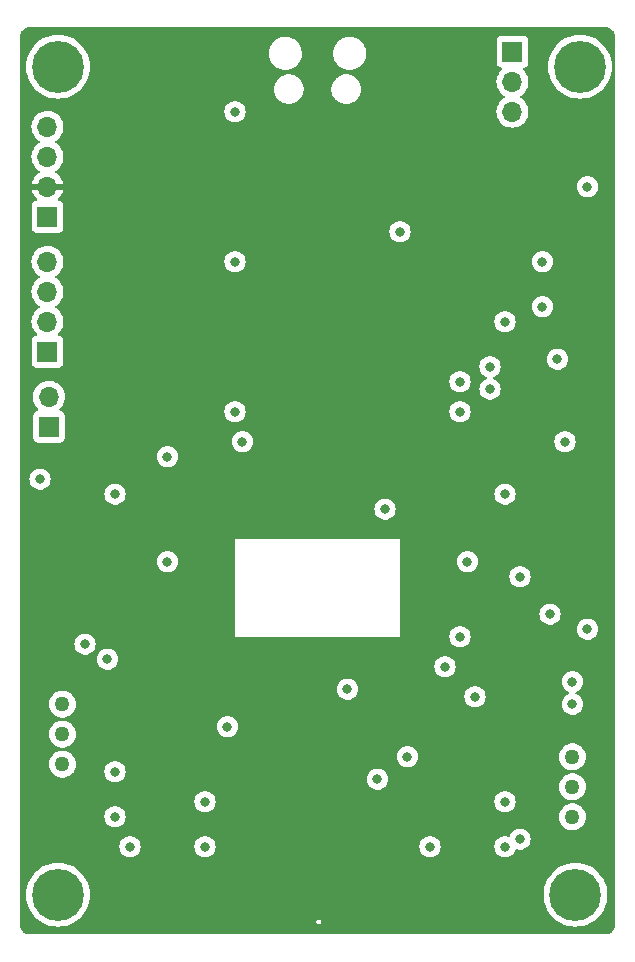
<source format=gbr>
%TF.GenerationSoftware,KiCad,Pcbnew,7.0.2-27-g7a50654f3b*%
%TF.CreationDate,2023-07-25T18:12:13-07:00*%
%TF.ProjectId,open_gamma_low_noise_v2,6f70656e-5f67-4616-9d6d-615f6c6f775f,rev?*%
%TF.SameCoordinates,Original*%
%TF.FileFunction,Copper,L3,Inr*%
%TF.FilePolarity,Positive*%
%FSLAX46Y46*%
G04 Gerber Fmt 4.6, Leading zero omitted, Abs format (unit mm)*
G04 Created by KiCad (PCBNEW 7.0.2-27-g7a50654f3b) date 2023-07-25 18:12:13*
%MOMM*%
%LPD*%
G01*
G04 APERTURE LIST*
%TA.AperFunction,ComponentPad*%
%ADD10R,1.700000X1.700000*%
%TD*%
%TA.AperFunction,ComponentPad*%
%ADD11O,1.700000X1.700000*%
%TD*%
%TA.AperFunction,ComponentPad*%
%ADD12C,0.700000*%
%TD*%
%TA.AperFunction,ComponentPad*%
%ADD13C,4.400000*%
%TD*%
%TA.AperFunction,ComponentPad*%
%ADD14C,1.269000*%
%TD*%
%TA.AperFunction,ViaPad*%
%ADD15C,0.800000*%
%TD*%
G04 APERTURE END LIST*
D10*
%TO.N,GND*%
%TO.C,I2C1*%
X149860000Y-60960000D03*
D11*
%TO.N,VCC*%
X149860000Y-58420000D03*
%TO.N,SCL*%
X149860000Y-55880000D03*
%TO.N,SDA*%
X149860000Y-53340000D03*
%TD*%
D12*
%TO.N,GND*%
%TO.C,H3*%
X149100000Y-118364000D03*
X149583274Y-117197274D03*
X149583274Y-119530726D03*
X150750000Y-116714000D03*
D13*
X150750000Y-118364000D03*
D12*
X150750000Y-120014000D03*
X151916726Y-117197274D03*
X151916726Y-119530726D03*
X152400000Y-118364000D03*
%TD*%
D14*
%TO.N,GND*%
%TO.C,R8*%
X194310000Y-111760000D03*
%TO.N,Net-(U1-IN-)*%
X194310000Y-109220000D03*
X194310000Y-106680000D03*
%TD*%
D10*
%TO.N,UART1RX*%
%TO.C,UART1*%
X149975000Y-78740000D03*
D11*
%TO.N,UART1TX*%
X149975000Y-76200000D03*
%TD*%
D14*
%TO.N,Net-(R2-Pad1)*%
%TO.C,R2*%
X151130000Y-107315000D03*
%TO.N,Net-(U5-FB)*%
X151130000Y-104775000D03*
X151130000Y-102235000D03*
%TD*%
D12*
%TO.N,GND*%
%TO.C,H4*%
X192914000Y-118364000D03*
X193397274Y-117197274D03*
X193397274Y-119530726D03*
X194564000Y-116714000D03*
D13*
X194564000Y-118364000D03*
D12*
X194564000Y-120014000D03*
X195730726Y-117197274D03*
X195730726Y-119530726D03*
X196214000Y-118364000D03*
%TD*%
%TO.N,GND*%
%TO.C,H2*%
X193296000Y-48260000D03*
X193779274Y-47093274D03*
X193779274Y-49426726D03*
X194946000Y-46610000D03*
D13*
X194946000Y-48260000D03*
D12*
X194946000Y-49910000D03*
X196112726Y-47093274D03*
X196112726Y-49426726D03*
X196596000Y-48260000D03*
%TD*%
D10*
%TO.N,VBUS*%
%TO.C,J3*%
X189230000Y-46990000D03*
D11*
%TO.N,VSYS*%
X189230000Y-49530000D03*
%TO.N,GND*%
X189230000Y-52070000D03*
%TD*%
D12*
%TO.N,GND*%
%TO.C,H1*%
X149100000Y-48260000D03*
X149583274Y-47093274D03*
X149583274Y-49426726D03*
X150750000Y-46610000D03*
D13*
X150750000Y-48260000D03*
D12*
X150750000Y-49910000D03*
X151916726Y-47093274D03*
X151916726Y-49426726D03*
X152400000Y-48260000D03*
%TD*%
D10*
%TO.N,CS*%
%TO.C,SPI1*%
X149860000Y-72390000D03*
D11*
%TO.N,RX*%
X149860000Y-69850000D03*
%TO.N,TX*%
X149860000Y-67310000D03*
%TO.N,SCK*%
X149860000Y-64770000D03*
%TD*%
D15*
%TO.N,GND*%
X177800000Y-108585000D03*
X194310000Y-102235000D03*
X189865000Y-91440000D03*
X186055000Y-101600000D03*
X195580000Y-95885000D03*
X187325000Y-75565000D03*
X191770000Y-64770000D03*
X165735000Y-77470000D03*
X153035000Y-97155000D03*
X165100000Y-104140000D03*
X184785000Y-77470000D03*
X156845000Y-114300000D03*
X192405000Y-94615000D03*
X185420000Y-90170000D03*
X154940000Y-98425000D03*
X155575000Y-111760000D03*
X183515000Y-99060000D03*
X163195000Y-110490000D03*
X188595000Y-84455000D03*
X188595000Y-114300000D03*
X184785000Y-96520000D03*
X189865000Y-113665000D03*
X188595000Y-69850000D03*
X182245000Y-114300000D03*
X179705000Y-62230000D03*
X155575000Y-84455000D03*
X155575000Y-107950000D03*
X149225000Y-83185000D03*
X163195000Y-114300000D03*
X188595000Y-110490000D03*
X165735000Y-64770000D03*
X160020000Y-90170000D03*
X175260000Y-100965000D03*
X195580000Y-58420000D03*
X191770000Y-68580000D03*
X165735000Y-52070000D03*
X194310000Y-100330000D03*
%TO.N,VCC*%
X181610000Y-103505000D03*
X196215000Y-66040000D03*
X189865000Y-94615000D03*
X190500000Y-84455000D03*
X189865000Y-99060000D03*
X195580000Y-56515000D03*
%TO.N,VSYS*%
X160020000Y-81280000D03*
X166370000Y-80010000D03*
%TO.N,RST*%
X187325000Y-73660000D03*
X184785000Y-74930000D03*
%TO.N,VREF*%
X180340000Y-106680000D03*
X178435000Y-85725000D03*
%TO.N,Net-(U4-+IN)*%
X193675000Y-80010000D03*
X193040000Y-73025000D03*
%TD*%
%TA.AperFunction,Conductor*%
%TO.N,VCC*%
G36*
X197110061Y-44905097D02*
G01*
X197250947Y-44918973D01*
X197274775Y-44923712D01*
X197404396Y-44963032D01*
X197426844Y-44972331D01*
X197546296Y-45036179D01*
X197566506Y-45049683D01*
X197671204Y-45135605D01*
X197688394Y-45152795D01*
X197774316Y-45257493D01*
X197787820Y-45277703D01*
X197851665Y-45397147D01*
X197860968Y-45419606D01*
X197900285Y-45549217D01*
X197905027Y-45573057D01*
X197918903Y-45713937D01*
X197919500Y-45726092D01*
X197919500Y-120897907D01*
X197918903Y-120910062D01*
X197905027Y-121050941D01*
X197900285Y-121074781D01*
X197860968Y-121204393D01*
X197851665Y-121226852D01*
X197787820Y-121346296D01*
X197774316Y-121366506D01*
X197688394Y-121471204D01*
X197671204Y-121488394D01*
X197566506Y-121574316D01*
X197546296Y-121587820D01*
X197426852Y-121651665D01*
X197404393Y-121660968D01*
X197274781Y-121700285D01*
X197250941Y-121705027D01*
X197147575Y-121715208D01*
X197110060Y-121718903D01*
X197097907Y-121719500D01*
X148342093Y-121719500D01*
X148329939Y-121718903D01*
X148270238Y-121713022D01*
X148189058Y-121705027D01*
X148165218Y-121700285D01*
X148035606Y-121660968D01*
X148013150Y-121651666D01*
X147893703Y-121587820D01*
X147873493Y-121574316D01*
X147768795Y-121488394D01*
X147751605Y-121471204D01*
X147665683Y-121366506D01*
X147652179Y-121346296D01*
X147588331Y-121226844D01*
X147579031Y-121204393D01*
X147574321Y-121188865D01*
X147539712Y-121074775D01*
X147534973Y-121050947D01*
X147521097Y-120910061D01*
X147520500Y-120897907D01*
X147520500Y-118364000D01*
X148044564Y-118364000D01*
X148044790Y-118367736D01*
X148064063Y-118686362D01*
X148064064Y-118686372D01*
X148064290Y-118690104D01*
X148064963Y-118693778D01*
X148064965Y-118693792D01*
X148122502Y-119007762D01*
X148122504Y-119007771D01*
X148123179Y-119011453D01*
X148220373Y-119323361D01*
X148354455Y-119621279D01*
X148356388Y-119624477D01*
X148356392Y-119624484D01*
X148521532Y-119897658D01*
X148521536Y-119897663D01*
X148523470Y-119900863D01*
X148724952Y-120158036D01*
X148955964Y-120389048D01*
X149213137Y-120590530D01*
X149492721Y-120759545D01*
X149790639Y-120893627D01*
X150102547Y-120990821D01*
X150423896Y-121049710D01*
X150750000Y-121069436D01*
X151076104Y-121049710D01*
X151397453Y-120990821D01*
X151709361Y-120893627D01*
X152007279Y-120759545D01*
X152112787Y-120695763D01*
X172634500Y-120695763D01*
X172674212Y-120778224D01*
X172745769Y-120835290D01*
X172797199Y-120847028D01*
X172812409Y-120850500D01*
X172812410Y-120850500D01*
X172857591Y-120850500D01*
X172869974Y-120847673D01*
X172924231Y-120835290D01*
X172995788Y-120778224D01*
X173035500Y-120695763D01*
X173035500Y-120604237D01*
X172995788Y-120521776D01*
X172995786Y-120521774D01*
X172924231Y-120464710D01*
X172857591Y-120449500D01*
X172857590Y-120449500D01*
X172812410Y-120449500D01*
X172812409Y-120449500D01*
X172745768Y-120464710D01*
X172674213Y-120521774D01*
X172674212Y-120521775D01*
X172674212Y-120521776D01*
X172634500Y-120604237D01*
X172634500Y-120695763D01*
X152112787Y-120695763D01*
X152286863Y-120590530D01*
X152544036Y-120389048D01*
X152775048Y-120158036D01*
X152976530Y-119900863D01*
X153145545Y-119621279D01*
X153279627Y-119323361D01*
X153376821Y-119011453D01*
X153435710Y-118690104D01*
X153455436Y-118364000D01*
X191858564Y-118364000D01*
X191858790Y-118367736D01*
X191878063Y-118686362D01*
X191878064Y-118686372D01*
X191878290Y-118690104D01*
X191878963Y-118693778D01*
X191878965Y-118693792D01*
X191936502Y-119007762D01*
X191936504Y-119007771D01*
X191937179Y-119011453D01*
X192034373Y-119323361D01*
X192168455Y-119621279D01*
X192170388Y-119624477D01*
X192170392Y-119624484D01*
X192335532Y-119897658D01*
X192335536Y-119897663D01*
X192337470Y-119900863D01*
X192538952Y-120158036D01*
X192769964Y-120389048D01*
X193027137Y-120590530D01*
X193306721Y-120759545D01*
X193604639Y-120893627D01*
X193916547Y-120990821D01*
X194237896Y-121049710D01*
X194564000Y-121069436D01*
X194890104Y-121049710D01*
X195211453Y-120990821D01*
X195523361Y-120893627D01*
X195821279Y-120759545D01*
X196100863Y-120590530D01*
X196358036Y-120389048D01*
X196589048Y-120158036D01*
X196790530Y-119900863D01*
X196959545Y-119621279D01*
X197093627Y-119323361D01*
X197190821Y-119011453D01*
X197249710Y-118690104D01*
X197269436Y-118364000D01*
X197249710Y-118037896D01*
X197190821Y-117716547D01*
X197093627Y-117404639D01*
X196959545Y-117106721D01*
X196790530Y-116827137D01*
X196589048Y-116569964D01*
X196358036Y-116338952D01*
X196100863Y-116137470D01*
X196097663Y-116135536D01*
X196097658Y-116135532D01*
X195824484Y-115970392D01*
X195824477Y-115970388D01*
X195821279Y-115968455D01*
X195523361Y-115834373D01*
X195211453Y-115737179D01*
X195207771Y-115736504D01*
X195207762Y-115736502D01*
X194893792Y-115678965D01*
X194893778Y-115678963D01*
X194890104Y-115678290D01*
X194886372Y-115678064D01*
X194886362Y-115678063D01*
X194567736Y-115658790D01*
X194564000Y-115658564D01*
X194560264Y-115658790D01*
X194241637Y-115678063D01*
X194241625Y-115678064D01*
X194237896Y-115678290D01*
X194234223Y-115678962D01*
X194234207Y-115678965D01*
X193920237Y-115736502D01*
X193920224Y-115736505D01*
X193916547Y-115737179D01*
X193912967Y-115738294D01*
X193912961Y-115738296D01*
X193608216Y-115833258D01*
X193608210Y-115833260D01*
X193604639Y-115834373D01*
X193601230Y-115835907D01*
X193601228Y-115835908D01*
X193310135Y-115966918D01*
X193310128Y-115966921D01*
X193306721Y-115968455D01*
X193303528Y-115970384D01*
X193303515Y-115970392D01*
X193030341Y-116135532D01*
X193030328Y-116135540D01*
X193027137Y-116137470D01*
X193024195Y-116139774D01*
X193024189Y-116139779D01*
X192772915Y-116336640D01*
X192769964Y-116338952D01*
X192767318Y-116341597D01*
X192767310Y-116341605D01*
X192541605Y-116567310D01*
X192541597Y-116567318D01*
X192538952Y-116569964D01*
X192536640Y-116572914D01*
X192536640Y-116572915D01*
X192339779Y-116824189D01*
X192339774Y-116824195D01*
X192337470Y-116827137D01*
X192335540Y-116830328D01*
X192335532Y-116830341D01*
X192170392Y-117103515D01*
X192170384Y-117103528D01*
X192168455Y-117106721D01*
X192034373Y-117404639D01*
X191937179Y-117716547D01*
X191936505Y-117720224D01*
X191936502Y-117720237D01*
X191878965Y-118034207D01*
X191878962Y-118034223D01*
X191878290Y-118037896D01*
X191878064Y-118041625D01*
X191878063Y-118041637D01*
X191858790Y-118360263D01*
X191858564Y-118364000D01*
X153455436Y-118364000D01*
X153435710Y-118037896D01*
X153376821Y-117716547D01*
X153279627Y-117404639D01*
X153145545Y-117106721D01*
X152976530Y-116827137D01*
X152775048Y-116569964D01*
X152544036Y-116338952D01*
X152286863Y-116137470D01*
X152283663Y-116135536D01*
X152283658Y-116135532D01*
X152010484Y-115970392D01*
X152010477Y-115970388D01*
X152007279Y-115968455D01*
X151709361Y-115834373D01*
X151397453Y-115737179D01*
X151393771Y-115736504D01*
X151393762Y-115736502D01*
X151079792Y-115678965D01*
X151079778Y-115678963D01*
X151076104Y-115678290D01*
X151072372Y-115678064D01*
X151072362Y-115678063D01*
X150753736Y-115658790D01*
X150750000Y-115658564D01*
X150746264Y-115658790D01*
X150427637Y-115678063D01*
X150427625Y-115678064D01*
X150423896Y-115678290D01*
X150420223Y-115678962D01*
X150420207Y-115678965D01*
X150106237Y-115736502D01*
X150106224Y-115736505D01*
X150102547Y-115737179D01*
X150098967Y-115738294D01*
X150098961Y-115738296D01*
X149794216Y-115833258D01*
X149794210Y-115833260D01*
X149790639Y-115834373D01*
X149787230Y-115835907D01*
X149787228Y-115835908D01*
X149496135Y-115966918D01*
X149496128Y-115966921D01*
X149492721Y-115968455D01*
X149489528Y-115970384D01*
X149489515Y-115970392D01*
X149216341Y-116135532D01*
X149216328Y-116135540D01*
X149213137Y-116137470D01*
X149210195Y-116139774D01*
X149210189Y-116139779D01*
X148958915Y-116336640D01*
X148955964Y-116338952D01*
X148953318Y-116341597D01*
X148953310Y-116341605D01*
X148727605Y-116567310D01*
X148727597Y-116567318D01*
X148724952Y-116569964D01*
X148722640Y-116572914D01*
X148722640Y-116572915D01*
X148525779Y-116824189D01*
X148525774Y-116824195D01*
X148523470Y-116827137D01*
X148521540Y-116830328D01*
X148521532Y-116830341D01*
X148356392Y-117103515D01*
X148356384Y-117103528D01*
X148354455Y-117106721D01*
X148220373Y-117404639D01*
X148123179Y-117716547D01*
X148122505Y-117720224D01*
X148122502Y-117720237D01*
X148064965Y-118034207D01*
X148064962Y-118034223D01*
X148064290Y-118037896D01*
X148064064Y-118041625D01*
X148064063Y-118041637D01*
X148044790Y-118360263D01*
X148044564Y-118364000D01*
X147520500Y-118364000D01*
X147520500Y-114299999D01*
X155939540Y-114299999D01*
X155959326Y-114488257D01*
X156017820Y-114668284D01*
X156112466Y-114832216D01*
X156239129Y-114972889D01*
X156392269Y-115084151D01*
X156565197Y-115161144D01*
X156750352Y-115200500D01*
X156750354Y-115200500D01*
X156939648Y-115200500D01*
X157063084Y-115174262D01*
X157124803Y-115161144D01*
X157297730Y-115084151D01*
X157450871Y-114972888D01*
X157577533Y-114832216D01*
X157672179Y-114668284D01*
X157730674Y-114488256D01*
X157750460Y-114300000D01*
X162289540Y-114300000D01*
X162309326Y-114488257D01*
X162367820Y-114668284D01*
X162462466Y-114832216D01*
X162589129Y-114972889D01*
X162742269Y-115084151D01*
X162915197Y-115161144D01*
X163100352Y-115200500D01*
X163100354Y-115200500D01*
X163289648Y-115200500D01*
X163413084Y-115174262D01*
X163474803Y-115161144D01*
X163647730Y-115084151D01*
X163800871Y-114972888D01*
X163927533Y-114832216D01*
X164022179Y-114668284D01*
X164080674Y-114488256D01*
X164100460Y-114300000D01*
X164100460Y-114299999D01*
X181339540Y-114299999D01*
X181359326Y-114488257D01*
X181417820Y-114668284D01*
X181512466Y-114832216D01*
X181639129Y-114972889D01*
X181792269Y-115084151D01*
X181965197Y-115161144D01*
X182150352Y-115200500D01*
X182150354Y-115200500D01*
X182339648Y-115200500D01*
X182463083Y-115174262D01*
X182524803Y-115161144D01*
X182697730Y-115084151D01*
X182850871Y-114972888D01*
X182977533Y-114832216D01*
X183072179Y-114668284D01*
X183130674Y-114488256D01*
X183150460Y-114300000D01*
X183150460Y-114299999D01*
X187689540Y-114299999D01*
X187709326Y-114488257D01*
X187767820Y-114668284D01*
X187862466Y-114832216D01*
X187989129Y-114972889D01*
X188142269Y-115084151D01*
X188315197Y-115161144D01*
X188500352Y-115200500D01*
X188500354Y-115200500D01*
X188689648Y-115200500D01*
X188813083Y-115174262D01*
X188874803Y-115161144D01*
X189047730Y-115084151D01*
X189200871Y-114972888D01*
X189327533Y-114832216D01*
X189422179Y-114668284D01*
X189441408Y-114609101D01*
X189480846Y-114551425D01*
X189545204Y-114524226D01*
X189585121Y-114526128D01*
X189770352Y-114565500D01*
X189770354Y-114565500D01*
X189959648Y-114565500D01*
X190083084Y-114539262D01*
X190144803Y-114526144D01*
X190317730Y-114449151D01*
X190470871Y-114337888D01*
X190597533Y-114197216D01*
X190692179Y-114033284D01*
X190750674Y-113853256D01*
X190770460Y-113665000D01*
X190750674Y-113476744D01*
X190692179Y-113296716D01*
X190692179Y-113296715D01*
X190597533Y-113132783D01*
X190470870Y-112992110D01*
X190317730Y-112880848D01*
X190144802Y-112803855D01*
X189959648Y-112764500D01*
X189959646Y-112764500D01*
X189770354Y-112764500D01*
X189770352Y-112764500D01*
X189585197Y-112803855D01*
X189412269Y-112880848D01*
X189259129Y-112992110D01*
X189132466Y-113132783D01*
X189037821Y-113296714D01*
X189018590Y-113355900D01*
X188979151Y-113413575D01*
X188914793Y-113440773D01*
X188874879Y-113438871D01*
X188689649Y-113399500D01*
X188689646Y-113399500D01*
X188500354Y-113399500D01*
X188500352Y-113399500D01*
X188315197Y-113438855D01*
X188142269Y-113515848D01*
X187989129Y-113627110D01*
X187862466Y-113767783D01*
X187767820Y-113931715D01*
X187709326Y-114111742D01*
X187689540Y-114299999D01*
X183150460Y-114299999D01*
X183130674Y-114111744D01*
X183072179Y-113931716D01*
X183072179Y-113931715D01*
X182977533Y-113767783D01*
X182850870Y-113627110D01*
X182697730Y-113515848D01*
X182524802Y-113438855D01*
X182339648Y-113399500D01*
X182339646Y-113399500D01*
X182150354Y-113399500D01*
X182150352Y-113399500D01*
X181965197Y-113438855D01*
X181792269Y-113515848D01*
X181639129Y-113627110D01*
X181512466Y-113767783D01*
X181417820Y-113931715D01*
X181359326Y-114111742D01*
X181339540Y-114299999D01*
X164100460Y-114299999D01*
X164080674Y-114111744D01*
X164022179Y-113931716D01*
X164022179Y-113931715D01*
X163927533Y-113767783D01*
X163800870Y-113627110D01*
X163647730Y-113515848D01*
X163474802Y-113438855D01*
X163289648Y-113399500D01*
X163289646Y-113399500D01*
X163100354Y-113399500D01*
X163100352Y-113399500D01*
X162915197Y-113438855D01*
X162742269Y-113515848D01*
X162589129Y-113627110D01*
X162462466Y-113767783D01*
X162367820Y-113931715D01*
X162309326Y-114111742D01*
X162289540Y-114300000D01*
X157750460Y-114300000D01*
X157730674Y-114111744D01*
X157672179Y-113931716D01*
X157672179Y-113931715D01*
X157577533Y-113767783D01*
X157450870Y-113627110D01*
X157297730Y-113515848D01*
X157124802Y-113438855D01*
X156939648Y-113399500D01*
X156939646Y-113399500D01*
X156750354Y-113399500D01*
X156750352Y-113399500D01*
X156565197Y-113438855D01*
X156392269Y-113515848D01*
X156239129Y-113627110D01*
X156112466Y-113767783D01*
X156017820Y-113931715D01*
X155959326Y-114111742D01*
X155939540Y-114299999D01*
X147520500Y-114299999D01*
X147520500Y-111759999D01*
X154669540Y-111759999D01*
X154689326Y-111948257D01*
X154747820Y-112128284D01*
X154842466Y-112292216D01*
X154969129Y-112432889D01*
X155122269Y-112544151D01*
X155295197Y-112621144D01*
X155480352Y-112660500D01*
X155480354Y-112660500D01*
X155669648Y-112660500D01*
X155793083Y-112634262D01*
X155854803Y-112621144D01*
X156027730Y-112544151D01*
X156180871Y-112432888D01*
X156307533Y-112292216D01*
X156402179Y-112128284D01*
X156460674Y-111948256D01*
X156480460Y-111760000D01*
X193170138Y-111760000D01*
X193189546Y-111969450D01*
X193247108Y-112171763D01*
X193340871Y-112360062D01*
X193467630Y-112527919D01*
X193623077Y-112669628D01*
X193623079Y-112669629D01*
X193623080Y-112669630D01*
X193801920Y-112780363D01*
X193998062Y-112856349D01*
X194204827Y-112895000D01*
X194204829Y-112895000D01*
X194415171Y-112895000D01*
X194415173Y-112895000D01*
X194621938Y-112856349D01*
X194818080Y-112780363D01*
X194996920Y-112669630D01*
X195152368Y-112527920D01*
X195279130Y-112360060D01*
X195372890Y-112171766D01*
X195430454Y-111969449D01*
X195449862Y-111760000D01*
X195430454Y-111550551D01*
X195385262Y-111391716D01*
X195372891Y-111348236D01*
X195336001Y-111274151D01*
X195279130Y-111159940D01*
X195224133Y-111087112D01*
X195152369Y-110992080D01*
X194996922Y-110850371D01*
X194818080Y-110739637D01*
X194659640Y-110678257D01*
X194621938Y-110663651D01*
X194415173Y-110625000D01*
X194204827Y-110625000D01*
X193998061Y-110663650D01*
X193998062Y-110663651D01*
X193801919Y-110739637D01*
X193623077Y-110850371D01*
X193467630Y-110992080D01*
X193340871Y-111159937D01*
X193247108Y-111348236D01*
X193189546Y-111550549D01*
X193170138Y-111760000D01*
X156480460Y-111760000D01*
X156460674Y-111571744D01*
X156402179Y-111391716D01*
X156402179Y-111391715D01*
X156307533Y-111227783D01*
X156180870Y-111087110D01*
X156027730Y-110975848D01*
X155854802Y-110898855D01*
X155669648Y-110859500D01*
X155669646Y-110859500D01*
X155480354Y-110859500D01*
X155480352Y-110859500D01*
X155295197Y-110898855D01*
X155122269Y-110975848D01*
X154969129Y-111087110D01*
X154842466Y-111227783D01*
X154747820Y-111391715D01*
X154689326Y-111571742D01*
X154669540Y-111759999D01*
X147520500Y-111759999D01*
X147520500Y-110489999D01*
X162289540Y-110489999D01*
X162309326Y-110678257D01*
X162367820Y-110858284D01*
X162462466Y-111022216D01*
X162589129Y-111162889D01*
X162742269Y-111274151D01*
X162915197Y-111351144D01*
X163100352Y-111390500D01*
X163100354Y-111390500D01*
X163289648Y-111390500D01*
X163413084Y-111364262D01*
X163474803Y-111351144D01*
X163647730Y-111274151D01*
X163800871Y-111162888D01*
X163927533Y-111022216D01*
X164022179Y-110858284D01*
X164080674Y-110678256D01*
X164100460Y-110490000D01*
X164100460Y-110489999D01*
X187689540Y-110489999D01*
X187709326Y-110678257D01*
X187767820Y-110858284D01*
X187862466Y-111022216D01*
X187989129Y-111162889D01*
X188142269Y-111274151D01*
X188315197Y-111351144D01*
X188500352Y-111390500D01*
X188500354Y-111390500D01*
X188689648Y-111390500D01*
X188813084Y-111364262D01*
X188874803Y-111351144D01*
X189047730Y-111274151D01*
X189200871Y-111162888D01*
X189327533Y-111022216D01*
X189422179Y-110858284D01*
X189480674Y-110678256D01*
X189500460Y-110490000D01*
X189480674Y-110301744D01*
X189450332Y-110208363D01*
X189422179Y-110121715D01*
X189327533Y-109957783D01*
X189200870Y-109817110D01*
X189047730Y-109705848D01*
X188874802Y-109628855D01*
X188689648Y-109589500D01*
X188689646Y-109589500D01*
X188500354Y-109589500D01*
X188500352Y-109589500D01*
X188315197Y-109628855D01*
X188142269Y-109705848D01*
X187989129Y-109817110D01*
X187862466Y-109957783D01*
X187767820Y-110121715D01*
X187709326Y-110301742D01*
X187689540Y-110489999D01*
X164100460Y-110489999D01*
X164080674Y-110301744D01*
X164050332Y-110208363D01*
X164022179Y-110121715D01*
X163927533Y-109957783D01*
X163800870Y-109817110D01*
X163647730Y-109705848D01*
X163474802Y-109628855D01*
X163289648Y-109589500D01*
X163289646Y-109589500D01*
X163100354Y-109589500D01*
X163100352Y-109589500D01*
X162915197Y-109628855D01*
X162742269Y-109705848D01*
X162589129Y-109817110D01*
X162462466Y-109957783D01*
X162367820Y-110121715D01*
X162309326Y-110301742D01*
X162289540Y-110489999D01*
X147520500Y-110489999D01*
X147520500Y-107315000D01*
X149990138Y-107315000D01*
X150009546Y-107524450D01*
X150067108Y-107726763D01*
X150160871Y-107915062D01*
X150287630Y-108082919D01*
X150443077Y-108224628D01*
X150443079Y-108224629D01*
X150443080Y-108224630D01*
X150621920Y-108335363D01*
X150818062Y-108411349D01*
X151024827Y-108450000D01*
X151024829Y-108450000D01*
X151235171Y-108450000D01*
X151235173Y-108450000D01*
X151441938Y-108411349D01*
X151638080Y-108335363D01*
X151816920Y-108224630D01*
X151972368Y-108082920D01*
X151995127Y-108052783D01*
X152014621Y-108026966D01*
X152072744Y-107950000D01*
X154669540Y-107950000D01*
X154689326Y-108138257D01*
X154747820Y-108318284D01*
X154842466Y-108482216D01*
X154969129Y-108622889D01*
X155122269Y-108734151D01*
X155295197Y-108811144D01*
X155480352Y-108850500D01*
X155480354Y-108850500D01*
X155669648Y-108850500D01*
X155793083Y-108824262D01*
X155854803Y-108811144D01*
X156027730Y-108734151D01*
X156180871Y-108622888D01*
X156214987Y-108584999D01*
X176894540Y-108584999D01*
X176914326Y-108773257D01*
X176972820Y-108953284D01*
X177067466Y-109117216D01*
X177194129Y-109257889D01*
X177347269Y-109369151D01*
X177520197Y-109446144D01*
X177705352Y-109485500D01*
X177705354Y-109485500D01*
X177894648Y-109485500D01*
X178018084Y-109459262D01*
X178079803Y-109446144D01*
X178252730Y-109369151D01*
X178405871Y-109257888D01*
X178439986Y-109220000D01*
X193170138Y-109220000D01*
X193189546Y-109429450D01*
X193247108Y-109631763D01*
X193340871Y-109820062D01*
X193467630Y-109987919D01*
X193623077Y-110129628D01*
X193623079Y-110129629D01*
X193623080Y-110129630D01*
X193801920Y-110240363D01*
X193998062Y-110316349D01*
X194204827Y-110355000D01*
X194204829Y-110355000D01*
X194415171Y-110355000D01*
X194415173Y-110355000D01*
X194621938Y-110316349D01*
X194818080Y-110240363D01*
X194996920Y-110129630D01*
X195152368Y-109987920D01*
X195175127Y-109957783D01*
X195279128Y-109820062D01*
X195279130Y-109820060D01*
X195372890Y-109631766D01*
X195430454Y-109429449D01*
X195449862Y-109220000D01*
X195430454Y-109010551D01*
X195372890Y-108808234D01*
X195279130Y-108619940D01*
X195252744Y-108584999D01*
X195152369Y-108452080D01*
X194996922Y-108310371D01*
X194818080Y-108199637D01*
X194659640Y-108138257D01*
X194621938Y-108123651D01*
X194415173Y-108085000D01*
X194204827Y-108085000D01*
X193998062Y-108123651D01*
X193801919Y-108199637D01*
X193623077Y-108310371D01*
X193467630Y-108452080D01*
X193340871Y-108619937D01*
X193247108Y-108808236D01*
X193189546Y-109010549D01*
X193170138Y-109220000D01*
X178439986Y-109220000D01*
X178532533Y-109117216D01*
X178627179Y-108953284D01*
X178685674Y-108773256D01*
X178705460Y-108585000D01*
X178685674Y-108396744D01*
X178655332Y-108303363D01*
X178627179Y-108216715D01*
X178532533Y-108052783D01*
X178405870Y-107912110D01*
X178252730Y-107800848D01*
X178079802Y-107723855D01*
X177894648Y-107684500D01*
X177894646Y-107684500D01*
X177705354Y-107684500D01*
X177705352Y-107684500D01*
X177520197Y-107723855D01*
X177347269Y-107800848D01*
X177194129Y-107912110D01*
X177067466Y-108052783D01*
X176972820Y-108216715D01*
X176914326Y-108396742D01*
X176894540Y-108584999D01*
X156214987Y-108584999D01*
X156307533Y-108482216D01*
X156402179Y-108318284D01*
X156460674Y-108138256D01*
X156480460Y-107950000D01*
X156460674Y-107761744D01*
X156430332Y-107668363D01*
X156402179Y-107581715D01*
X156307533Y-107417783D01*
X156180870Y-107277110D01*
X156027730Y-107165848D01*
X155854802Y-107088855D01*
X155669648Y-107049500D01*
X155669646Y-107049500D01*
X155480354Y-107049500D01*
X155480352Y-107049500D01*
X155295197Y-107088855D01*
X155122269Y-107165848D01*
X154969129Y-107277110D01*
X154842466Y-107417783D01*
X154747820Y-107581715D01*
X154689326Y-107761742D01*
X154669540Y-107950000D01*
X152072744Y-107950000D01*
X152099130Y-107915060D01*
X152192890Y-107726766D01*
X152250454Y-107524449D01*
X152269862Y-107315000D01*
X152250454Y-107105551D01*
X152192890Y-106903234D01*
X152099130Y-106714940D01*
X152072745Y-106680000D01*
X179434540Y-106680000D01*
X179454326Y-106868257D01*
X179512820Y-107048284D01*
X179607466Y-107212216D01*
X179734129Y-107352889D01*
X179887269Y-107464151D01*
X180060197Y-107541144D01*
X180245352Y-107580500D01*
X180245354Y-107580500D01*
X180434648Y-107580500D01*
X180558083Y-107554262D01*
X180619803Y-107541144D01*
X180792730Y-107464151D01*
X180945871Y-107352888D01*
X181072533Y-107212216D01*
X181167179Y-107048284D01*
X181225674Y-106868256D01*
X181245460Y-106680000D01*
X193170138Y-106680000D01*
X193189546Y-106889450D01*
X193247108Y-107091763D01*
X193340871Y-107280062D01*
X193467630Y-107447919D01*
X193623077Y-107589628D01*
X193623079Y-107589629D01*
X193623080Y-107589630D01*
X193801920Y-107700363D01*
X193998062Y-107776349D01*
X194204827Y-107815000D01*
X194204829Y-107815000D01*
X194415171Y-107815000D01*
X194415173Y-107815000D01*
X194621938Y-107776349D01*
X194818080Y-107700363D01*
X194996920Y-107589630D01*
X195152368Y-107447920D01*
X195175127Y-107417783D01*
X195224133Y-107352888D01*
X195279130Y-107280060D01*
X195372890Y-107091766D01*
X195430454Y-106889449D01*
X195449862Y-106680000D01*
X195430454Y-106470551D01*
X195385262Y-106311716D01*
X195372891Y-106268236D01*
X195328954Y-106180000D01*
X195279130Y-106079940D01*
X195224133Y-106007112D01*
X195152369Y-105912080D01*
X194996922Y-105770371D01*
X194818080Y-105659637D01*
X194621938Y-105583651D01*
X194415173Y-105545000D01*
X194204827Y-105545000D01*
X193998061Y-105583650D01*
X193998062Y-105583651D01*
X193801919Y-105659637D01*
X193623077Y-105770371D01*
X193467630Y-105912080D01*
X193340871Y-106079937D01*
X193247108Y-106268236D01*
X193189546Y-106470549D01*
X193170138Y-106680000D01*
X181245460Y-106680000D01*
X181225674Y-106491744D01*
X181167179Y-106311716D01*
X181167179Y-106311715D01*
X181072533Y-106147783D01*
X180945870Y-106007110D01*
X180792730Y-105895848D01*
X180619802Y-105818855D01*
X180434648Y-105779500D01*
X180434646Y-105779500D01*
X180245354Y-105779500D01*
X180245352Y-105779500D01*
X180060197Y-105818855D01*
X179887269Y-105895848D01*
X179734129Y-106007110D01*
X179607466Y-106147783D01*
X179512820Y-106311715D01*
X179454326Y-106491742D01*
X179434540Y-106680000D01*
X152072745Y-106680000D01*
X152072744Y-106679999D01*
X151972369Y-106547080D01*
X151816922Y-106405371D01*
X151638080Y-106294637D01*
X151569926Y-106268234D01*
X151441938Y-106218651D01*
X151235173Y-106180000D01*
X151024827Y-106180000D01*
X150818061Y-106218651D01*
X150818062Y-106218651D01*
X150621919Y-106294637D01*
X150443077Y-106405371D01*
X150287630Y-106547080D01*
X150160871Y-106714937D01*
X150067108Y-106903236D01*
X150009546Y-107105549D01*
X149990138Y-107315000D01*
X147520500Y-107315000D01*
X147520500Y-104775000D01*
X149990138Y-104775000D01*
X150009546Y-104984450D01*
X150067108Y-105186763D01*
X150160871Y-105375062D01*
X150287630Y-105542919D01*
X150443077Y-105684628D01*
X150443079Y-105684629D01*
X150443080Y-105684630D01*
X150621920Y-105795363D01*
X150818062Y-105871349D01*
X151024827Y-105910000D01*
X151024829Y-105910000D01*
X151235171Y-105910000D01*
X151235173Y-105910000D01*
X151441938Y-105871349D01*
X151638080Y-105795363D01*
X151816920Y-105684630D01*
X151972368Y-105542920D01*
X152099130Y-105375060D01*
X152192890Y-105186766D01*
X152250454Y-104984449D01*
X152269862Y-104775000D01*
X152250454Y-104565551D01*
X152192890Y-104363234D01*
X152099130Y-104174940D01*
X152072745Y-104140000D01*
X164194540Y-104140000D01*
X164214326Y-104328257D01*
X164272820Y-104508284D01*
X164367466Y-104672216D01*
X164494129Y-104812889D01*
X164647269Y-104924151D01*
X164820197Y-105001144D01*
X165005352Y-105040500D01*
X165005354Y-105040500D01*
X165194648Y-105040500D01*
X165318084Y-105014262D01*
X165379803Y-105001144D01*
X165552730Y-104924151D01*
X165705871Y-104812888D01*
X165832533Y-104672216D01*
X165927179Y-104508284D01*
X165985674Y-104328256D01*
X166005460Y-104140000D01*
X165985674Y-103951744D01*
X165927179Y-103771716D01*
X165927179Y-103771715D01*
X165832533Y-103607783D01*
X165705870Y-103467110D01*
X165552730Y-103355848D01*
X165379802Y-103278855D01*
X165194648Y-103239500D01*
X165194646Y-103239500D01*
X165005354Y-103239500D01*
X165005352Y-103239500D01*
X164820197Y-103278855D01*
X164647269Y-103355848D01*
X164494129Y-103467110D01*
X164367466Y-103607783D01*
X164272820Y-103771715D01*
X164214326Y-103951742D01*
X164194540Y-104140000D01*
X152072745Y-104140000D01*
X151972369Y-104007080D01*
X151816922Y-103865371D01*
X151638080Y-103754637D01*
X151638080Y-103754636D01*
X151441938Y-103678651D01*
X151235173Y-103640000D01*
X151024827Y-103640000D01*
X150818062Y-103678650D01*
X150818062Y-103678651D01*
X150621919Y-103754637D01*
X150443077Y-103865371D01*
X150287630Y-104007080D01*
X150160871Y-104174937D01*
X150067108Y-104363236D01*
X150009546Y-104565549D01*
X149990138Y-104775000D01*
X147520500Y-104775000D01*
X147520500Y-102235000D01*
X149990138Y-102235000D01*
X150009546Y-102444450D01*
X150067108Y-102646763D01*
X150160871Y-102835062D01*
X150287630Y-103002919D01*
X150443077Y-103144628D01*
X150443079Y-103144629D01*
X150443080Y-103144630D01*
X150621920Y-103255363D01*
X150818062Y-103331349D01*
X151024827Y-103370000D01*
X151024829Y-103370000D01*
X151235171Y-103370000D01*
X151235173Y-103370000D01*
X151441938Y-103331349D01*
X151638080Y-103255363D01*
X151816920Y-103144630D01*
X151972368Y-103002920D01*
X152099130Y-102835060D01*
X152192890Y-102646766D01*
X152250454Y-102444449D01*
X152269862Y-102235000D01*
X152250454Y-102025551D01*
X152205262Y-101866716D01*
X152192891Y-101823236D01*
X152156001Y-101749151D01*
X152099130Y-101634940D01*
X152044133Y-101562112D01*
X151972369Y-101467080D01*
X151816922Y-101325371D01*
X151638080Y-101214637D01*
X151637652Y-101214471D01*
X151441938Y-101138651D01*
X151235173Y-101100000D01*
X151024827Y-101100000D01*
X150818061Y-101138651D01*
X150818062Y-101138651D01*
X150621919Y-101214637D01*
X150443077Y-101325371D01*
X150287630Y-101467080D01*
X150160871Y-101634937D01*
X150067108Y-101823236D01*
X150009546Y-102025549D01*
X149990138Y-102235000D01*
X147520500Y-102235000D01*
X147520500Y-100965000D01*
X174354540Y-100965000D01*
X174374326Y-101153257D01*
X174432820Y-101333284D01*
X174527466Y-101497216D01*
X174654129Y-101637889D01*
X174807269Y-101749151D01*
X174980197Y-101826144D01*
X175165352Y-101865500D01*
X175165354Y-101865500D01*
X175354648Y-101865500D01*
X175478084Y-101839262D01*
X175539803Y-101826144D01*
X175712730Y-101749151D01*
X175865871Y-101637888D01*
X175899987Y-101599999D01*
X185149540Y-101599999D01*
X185169326Y-101788257D01*
X185227820Y-101968284D01*
X185322466Y-102132216D01*
X185449129Y-102272889D01*
X185602269Y-102384151D01*
X185775197Y-102461144D01*
X185960352Y-102500500D01*
X185960354Y-102500500D01*
X186149648Y-102500500D01*
X186273083Y-102474262D01*
X186334803Y-102461144D01*
X186507730Y-102384151D01*
X186660871Y-102272888D01*
X186694987Y-102234999D01*
X193404540Y-102234999D01*
X193424326Y-102423257D01*
X193482820Y-102603284D01*
X193577466Y-102767216D01*
X193704129Y-102907889D01*
X193857269Y-103019151D01*
X194030197Y-103096144D01*
X194215352Y-103135500D01*
X194215354Y-103135500D01*
X194404648Y-103135500D01*
X194528084Y-103109262D01*
X194589803Y-103096144D01*
X194762730Y-103019151D01*
X194915871Y-102907888D01*
X195042533Y-102767216D01*
X195137179Y-102603284D01*
X195195674Y-102423256D01*
X195215460Y-102235000D01*
X195195674Y-102046744D01*
X195137179Y-101866716D01*
X195137179Y-101866715D01*
X195042533Y-101702783D01*
X194915870Y-101562110D01*
X194762732Y-101450849D01*
X194664159Y-101406962D01*
X194639043Y-101395779D01*
X194585806Y-101350529D01*
X194565485Y-101283680D01*
X194584530Y-101216457D01*
X194636896Y-101170201D01*
X194639042Y-101169221D01*
X194762730Y-101114151D01*
X194762730Y-101114150D01*
X194762732Y-101114150D01*
X194915870Y-101002889D01*
X194949987Y-100964999D01*
X195042533Y-100862216D01*
X195137179Y-100698284D01*
X195195674Y-100518256D01*
X195215460Y-100330000D01*
X195195674Y-100141744D01*
X195137179Y-99961716D01*
X195137179Y-99961715D01*
X195042533Y-99797783D01*
X194915870Y-99657110D01*
X194762730Y-99545848D01*
X194589802Y-99468855D01*
X194404648Y-99429500D01*
X194404646Y-99429500D01*
X194215354Y-99429500D01*
X194215352Y-99429500D01*
X194030197Y-99468855D01*
X193857269Y-99545848D01*
X193704129Y-99657110D01*
X193577466Y-99797783D01*
X193482820Y-99961715D01*
X193424326Y-100141742D01*
X193404540Y-100330000D01*
X193424326Y-100518257D01*
X193482820Y-100698284D01*
X193577466Y-100862216D01*
X193704129Y-101002889D01*
X193857269Y-101114151D01*
X193980956Y-101169221D01*
X194034193Y-101214471D01*
X194054514Y-101281320D01*
X194035469Y-101348544D01*
X193983103Y-101394799D01*
X193980956Y-101395779D01*
X193857269Y-101450848D01*
X193704129Y-101562110D01*
X193577466Y-101702783D01*
X193482820Y-101866715D01*
X193424326Y-102046742D01*
X193404540Y-102234999D01*
X186694987Y-102234999D01*
X186787533Y-102132216D01*
X186882179Y-101968284D01*
X186940674Y-101788256D01*
X186960460Y-101600000D01*
X186940674Y-101411744D01*
X186899063Y-101283680D01*
X186882179Y-101231715D01*
X186787533Y-101067783D01*
X186660870Y-100927110D01*
X186507730Y-100815848D01*
X186334802Y-100738855D01*
X186149648Y-100699500D01*
X186149646Y-100699500D01*
X185960354Y-100699500D01*
X185960352Y-100699500D01*
X185775197Y-100738855D01*
X185602269Y-100815848D01*
X185449129Y-100927110D01*
X185322466Y-101067783D01*
X185227820Y-101231715D01*
X185169326Y-101411742D01*
X185149540Y-101599999D01*
X175899987Y-101599999D01*
X175992533Y-101497216D01*
X176087179Y-101333284D01*
X176145674Y-101153256D01*
X176165460Y-100965000D01*
X176145674Y-100776744D01*
X176087179Y-100596716D01*
X176087179Y-100596715D01*
X175992533Y-100432783D01*
X175865870Y-100292110D01*
X175712730Y-100180848D01*
X175539802Y-100103855D01*
X175354648Y-100064500D01*
X175354646Y-100064500D01*
X175165354Y-100064500D01*
X175165352Y-100064500D01*
X174980197Y-100103855D01*
X174807269Y-100180848D01*
X174654129Y-100292110D01*
X174527466Y-100432783D01*
X174432820Y-100596715D01*
X174374326Y-100776742D01*
X174354540Y-100965000D01*
X147520500Y-100965000D01*
X147520500Y-98425000D01*
X154034540Y-98425000D01*
X154054326Y-98613257D01*
X154112820Y-98793284D01*
X154207466Y-98957216D01*
X154334129Y-99097889D01*
X154487269Y-99209151D01*
X154660197Y-99286144D01*
X154845352Y-99325500D01*
X154845354Y-99325500D01*
X155034648Y-99325500D01*
X155158084Y-99299262D01*
X155219803Y-99286144D01*
X155392730Y-99209151D01*
X155545871Y-99097888D01*
X155579987Y-99059999D01*
X182609540Y-99059999D01*
X182629326Y-99248257D01*
X182687820Y-99428284D01*
X182782466Y-99592216D01*
X182909129Y-99732889D01*
X183062269Y-99844151D01*
X183235197Y-99921144D01*
X183420352Y-99960500D01*
X183420354Y-99960500D01*
X183609648Y-99960500D01*
X183733084Y-99934262D01*
X183794803Y-99921144D01*
X183967730Y-99844151D01*
X184120871Y-99732888D01*
X184247533Y-99592216D01*
X184342179Y-99428284D01*
X184400674Y-99248256D01*
X184420460Y-99060000D01*
X184400674Y-98871744D01*
X184342179Y-98691716D01*
X184342179Y-98691715D01*
X184247533Y-98527783D01*
X184120870Y-98387110D01*
X183967730Y-98275848D01*
X183794802Y-98198855D01*
X183609648Y-98159500D01*
X183609646Y-98159500D01*
X183420354Y-98159500D01*
X183420352Y-98159500D01*
X183235197Y-98198855D01*
X183062269Y-98275848D01*
X182909129Y-98387110D01*
X182782466Y-98527783D01*
X182687820Y-98691715D01*
X182629326Y-98871742D01*
X182609540Y-99059999D01*
X155579987Y-99059999D01*
X155672533Y-98957216D01*
X155767179Y-98793284D01*
X155825674Y-98613256D01*
X155845460Y-98425000D01*
X155825674Y-98236744D01*
X155767179Y-98056716D01*
X155767179Y-98056715D01*
X155672533Y-97892783D01*
X155545870Y-97752110D01*
X155392730Y-97640848D01*
X155219802Y-97563855D01*
X155034648Y-97524500D01*
X155034646Y-97524500D01*
X154845354Y-97524500D01*
X154845352Y-97524500D01*
X154660197Y-97563855D01*
X154487269Y-97640848D01*
X154334129Y-97752110D01*
X154207466Y-97892783D01*
X154112820Y-98056715D01*
X154054326Y-98236742D01*
X154034540Y-98425000D01*
X147520500Y-98425000D01*
X147520500Y-97155000D01*
X152129540Y-97155000D01*
X152149326Y-97343257D01*
X152207820Y-97523284D01*
X152302466Y-97687216D01*
X152429129Y-97827889D01*
X152582269Y-97939151D01*
X152755197Y-98016144D01*
X152940352Y-98055500D01*
X152940354Y-98055500D01*
X153129648Y-98055500D01*
X153253083Y-98029262D01*
X153314803Y-98016144D01*
X153487730Y-97939151D01*
X153640871Y-97827888D01*
X153767533Y-97687216D01*
X153862179Y-97523284D01*
X153920674Y-97343256D01*
X153940460Y-97155000D01*
X153920674Y-96966744D01*
X153862179Y-96786716D01*
X153862179Y-96786715D01*
X153767533Y-96622783D01*
X153640870Y-96482110D01*
X153487730Y-96370848D01*
X153314802Y-96293855D01*
X153129648Y-96254500D01*
X153129646Y-96254500D01*
X152940354Y-96254500D01*
X152940352Y-96254500D01*
X152755197Y-96293855D01*
X152582269Y-96370848D01*
X152429129Y-96482110D01*
X152302466Y-96622783D01*
X152207820Y-96786715D01*
X152149326Y-96966742D01*
X152129540Y-97155000D01*
X147520500Y-97155000D01*
X147520500Y-90170000D01*
X159114540Y-90170000D01*
X159134326Y-90358257D01*
X159192820Y-90538284D01*
X159287466Y-90702216D01*
X159414129Y-90842889D01*
X159567269Y-90954151D01*
X159740197Y-91031144D01*
X159925352Y-91070500D01*
X159925354Y-91070500D01*
X160114648Y-91070500D01*
X160238084Y-91044262D01*
X160299803Y-91031144D01*
X160472730Y-90954151D01*
X160625871Y-90842888D01*
X160752533Y-90702216D01*
X160847179Y-90538284D01*
X160905674Y-90358256D01*
X160925460Y-90170000D01*
X160905674Y-89981744D01*
X160847179Y-89801716D01*
X160847179Y-89801715D01*
X160752533Y-89637783D01*
X160625870Y-89497110D01*
X160472730Y-89385848D01*
X160299802Y-89308855D01*
X160114648Y-89269500D01*
X160114646Y-89269500D01*
X159925354Y-89269500D01*
X159925352Y-89269500D01*
X159740197Y-89308855D01*
X159567269Y-89385848D01*
X159414129Y-89497110D01*
X159287466Y-89637783D01*
X159192820Y-89801715D01*
X159134326Y-89981742D01*
X159114540Y-90170000D01*
X147520500Y-90170000D01*
X147520500Y-88265000D01*
X165735000Y-88265000D01*
X165735000Y-96520000D01*
X179705000Y-96520000D01*
X179705000Y-96519999D01*
X183879540Y-96519999D01*
X183899326Y-96708257D01*
X183957820Y-96888284D01*
X184052466Y-97052216D01*
X184179129Y-97192889D01*
X184332269Y-97304151D01*
X184505197Y-97381144D01*
X184690352Y-97420500D01*
X184690354Y-97420500D01*
X184879648Y-97420500D01*
X185003084Y-97394262D01*
X185064803Y-97381144D01*
X185237730Y-97304151D01*
X185390871Y-97192888D01*
X185517533Y-97052216D01*
X185612179Y-96888284D01*
X185670674Y-96708256D01*
X185690460Y-96520000D01*
X185670674Y-96331744D01*
X185612179Y-96151716D01*
X185612179Y-96151715D01*
X185517533Y-95987783D01*
X185424986Y-95885000D01*
X194674540Y-95885000D01*
X194694326Y-96073257D01*
X194752820Y-96253284D01*
X194847466Y-96417216D01*
X194974129Y-96557889D01*
X195127269Y-96669151D01*
X195300197Y-96746144D01*
X195485352Y-96785500D01*
X195485354Y-96785500D01*
X195674648Y-96785500D01*
X195798083Y-96759262D01*
X195859803Y-96746144D01*
X196032730Y-96669151D01*
X196185871Y-96557888D01*
X196312533Y-96417216D01*
X196407179Y-96253284D01*
X196465674Y-96073256D01*
X196485460Y-95885000D01*
X196465674Y-95696744D01*
X196407179Y-95516716D01*
X196407179Y-95516715D01*
X196312533Y-95352783D01*
X196185870Y-95212110D01*
X196032730Y-95100848D01*
X195859802Y-95023855D01*
X195674648Y-94984500D01*
X195674646Y-94984500D01*
X195485354Y-94984500D01*
X195485352Y-94984500D01*
X195300197Y-95023855D01*
X195127269Y-95100848D01*
X194974129Y-95212110D01*
X194847466Y-95352783D01*
X194752820Y-95516715D01*
X194694326Y-95696742D01*
X194674540Y-95885000D01*
X185424986Y-95885000D01*
X185390870Y-95847110D01*
X185237730Y-95735848D01*
X185064802Y-95658855D01*
X184879648Y-95619500D01*
X184879646Y-95619500D01*
X184690354Y-95619500D01*
X184690352Y-95619500D01*
X184505197Y-95658855D01*
X184332269Y-95735848D01*
X184179129Y-95847110D01*
X184052466Y-95987783D01*
X183957820Y-96151715D01*
X183899326Y-96331742D01*
X183879540Y-96519999D01*
X179705000Y-96519999D01*
X179705000Y-94614999D01*
X191499540Y-94614999D01*
X191519326Y-94803257D01*
X191577820Y-94983284D01*
X191672466Y-95147216D01*
X191799129Y-95287889D01*
X191952269Y-95399151D01*
X192125197Y-95476144D01*
X192310352Y-95515500D01*
X192310354Y-95515500D01*
X192499648Y-95515500D01*
X192623084Y-95489262D01*
X192684803Y-95476144D01*
X192857730Y-95399151D01*
X193010871Y-95287888D01*
X193137533Y-95147216D01*
X193232179Y-94983284D01*
X193290674Y-94803256D01*
X193310460Y-94615000D01*
X193290674Y-94426744D01*
X193232179Y-94246716D01*
X193232179Y-94246715D01*
X193137533Y-94082783D01*
X193010870Y-93942110D01*
X192857730Y-93830848D01*
X192684802Y-93753855D01*
X192499648Y-93714500D01*
X192499646Y-93714500D01*
X192310354Y-93714500D01*
X192310352Y-93714500D01*
X192125197Y-93753855D01*
X191952269Y-93830848D01*
X191799129Y-93942110D01*
X191672466Y-94082783D01*
X191577820Y-94246715D01*
X191519326Y-94426742D01*
X191499540Y-94614999D01*
X179705000Y-94614999D01*
X179705000Y-91439999D01*
X188959540Y-91439999D01*
X188979326Y-91628257D01*
X189037820Y-91808284D01*
X189132466Y-91972216D01*
X189259129Y-92112889D01*
X189412269Y-92224151D01*
X189585197Y-92301144D01*
X189770352Y-92340500D01*
X189770354Y-92340500D01*
X189959648Y-92340500D01*
X190083083Y-92314262D01*
X190144803Y-92301144D01*
X190317730Y-92224151D01*
X190470871Y-92112888D01*
X190597533Y-91972216D01*
X190692179Y-91808284D01*
X190750674Y-91628256D01*
X190770460Y-91440000D01*
X190750674Y-91251744D01*
X190692179Y-91071716D01*
X190692179Y-91071715D01*
X190597533Y-90907783D01*
X190470870Y-90767110D01*
X190317730Y-90655848D01*
X190144802Y-90578855D01*
X189959648Y-90539500D01*
X189959646Y-90539500D01*
X189770354Y-90539500D01*
X189770352Y-90539500D01*
X189585197Y-90578855D01*
X189412269Y-90655848D01*
X189259129Y-90767110D01*
X189132466Y-90907783D01*
X189037820Y-91071715D01*
X188979326Y-91251742D01*
X188959540Y-91439999D01*
X179705000Y-91439999D01*
X179705000Y-90170000D01*
X184514540Y-90170000D01*
X184534326Y-90358257D01*
X184592820Y-90538284D01*
X184687466Y-90702216D01*
X184814129Y-90842889D01*
X184967269Y-90954151D01*
X185140197Y-91031144D01*
X185325352Y-91070500D01*
X185325354Y-91070500D01*
X185514648Y-91070500D01*
X185638084Y-91044262D01*
X185699803Y-91031144D01*
X185872730Y-90954151D01*
X186025871Y-90842888D01*
X186152533Y-90702216D01*
X186247179Y-90538284D01*
X186305674Y-90358256D01*
X186325460Y-90170000D01*
X186305674Y-89981744D01*
X186247179Y-89801716D01*
X186247179Y-89801715D01*
X186152533Y-89637783D01*
X186025870Y-89497110D01*
X185872730Y-89385848D01*
X185699802Y-89308855D01*
X185514648Y-89269500D01*
X185514646Y-89269500D01*
X185325354Y-89269500D01*
X185325352Y-89269500D01*
X185140197Y-89308855D01*
X184967269Y-89385848D01*
X184814129Y-89497110D01*
X184687466Y-89637783D01*
X184592820Y-89801715D01*
X184534326Y-89981742D01*
X184514540Y-90170000D01*
X179705000Y-90170000D01*
X179705000Y-88265000D01*
X165735000Y-88265000D01*
X147520500Y-88265000D01*
X147520500Y-85725000D01*
X177529540Y-85725000D01*
X177549326Y-85913257D01*
X177607820Y-86093284D01*
X177702466Y-86257216D01*
X177829129Y-86397889D01*
X177982269Y-86509151D01*
X178155197Y-86586144D01*
X178340352Y-86625500D01*
X178340354Y-86625500D01*
X178529648Y-86625500D01*
X178653083Y-86599262D01*
X178714803Y-86586144D01*
X178887730Y-86509151D01*
X179040871Y-86397888D01*
X179167533Y-86257216D01*
X179262179Y-86093284D01*
X179320674Y-85913256D01*
X179340460Y-85725000D01*
X179320674Y-85536744D01*
X179262179Y-85356716D01*
X179262179Y-85356715D01*
X179167533Y-85192783D01*
X179040870Y-85052110D01*
X178887730Y-84940848D01*
X178714802Y-84863855D01*
X178529648Y-84824500D01*
X178529646Y-84824500D01*
X178340354Y-84824500D01*
X178340352Y-84824500D01*
X178155197Y-84863855D01*
X177982269Y-84940848D01*
X177829129Y-85052110D01*
X177702466Y-85192783D01*
X177607820Y-85356715D01*
X177549326Y-85536742D01*
X177529540Y-85725000D01*
X147520500Y-85725000D01*
X147520500Y-84454999D01*
X154669540Y-84454999D01*
X154689326Y-84643257D01*
X154747820Y-84823284D01*
X154842466Y-84987216D01*
X154969129Y-85127889D01*
X155122269Y-85239151D01*
X155295197Y-85316144D01*
X155480352Y-85355500D01*
X155480354Y-85355500D01*
X155669648Y-85355500D01*
X155793083Y-85329262D01*
X155854803Y-85316144D01*
X156027730Y-85239151D01*
X156180871Y-85127888D01*
X156307533Y-84987216D01*
X156402179Y-84823284D01*
X156460674Y-84643256D01*
X156480460Y-84455000D01*
X187689540Y-84455000D01*
X187709326Y-84643257D01*
X187767820Y-84823284D01*
X187862466Y-84987216D01*
X187989129Y-85127889D01*
X188142269Y-85239151D01*
X188315197Y-85316144D01*
X188500352Y-85355500D01*
X188500354Y-85355500D01*
X188689648Y-85355500D01*
X188813084Y-85329262D01*
X188874803Y-85316144D01*
X189047730Y-85239151D01*
X189200871Y-85127888D01*
X189327533Y-84987216D01*
X189422179Y-84823284D01*
X189480674Y-84643256D01*
X189500460Y-84455000D01*
X189480674Y-84266744D01*
X189422179Y-84086716D01*
X189422179Y-84086715D01*
X189327533Y-83922783D01*
X189200870Y-83782110D01*
X189047730Y-83670848D01*
X188874802Y-83593855D01*
X188689648Y-83554500D01*
X188689646Y-83554500D01*
X188500354Y-83554500D01*
X188500352Y-83554500D01*
X188315197Y-83593855D01*
X188142269Y-83670848D01*
X187989129Y-83782110D01*
X187862466Y-83922783D01*
X187767820Y-84086715D01*
X187709326Y-84266742D01*
X187689540Y-84455000D01*
X156480460Y-84455000D01*
X156460674Y-84266744D01*
X156402179Y-84086716D01*
X156402179Y-84086715D01*
X156307533Y-83922783D01*
X156180870Y-83782110D01*
X156027730Y-83670848D01*
X155854802Y-83593855D01*
X155669648Y-83554500D01*
X155669646Y-83554500D01*
X155480354Y-83554500D01*
X155480352Y-83554500D01*
X155295197Y-83593855D01*
X155122269Y-83670848D01*
X154969129Y-83782110D01*
X154842466Y-83922783D01*
X154747820Y-84086715D01*
X154689326Y-84266742D01*
X154669540Y-84454999D01*
X147520500Y-84454999D01*
X147520500Y-83184999D01*
X148319540Y-83184999D01*
X148339326Y-83373257D01*
X148397820Y-83553284D01*
X148492466Y-83717216D01*
X148619129Y-83857889D01*
X148772269Y-83969151D01*
X148945197Y-84046144D01*
X149130352Y-84085500D01*
X149130354Y-84085500D01*
X149319648Y-84085500D01*
X149443084Y-84059262D01*
X149504803Y-84046144D01*
X149677730Y-83969151D01*
X149830871Y-83857888D01*
X149957533Y-83717216D01*
X150052179Y-83553284D01*
X150110674Y-83373256D01*
X150130460Y-83185000D01*
X150110674Y-82996744D01*
X150052179Y-82816716D01*
X150052179Y-82816715D01*
X149957533Y-82652783D01*
X149830870Y-82512110D01*
X149677730Y-82400848D01*
X149504802Y-82323855D01*
X149319648Y-82284500D01*
X149319646Y-82284500D01*
X149130354Y-82284500D01*
X149130352Y-82284500D01*
X148945197Y-82323855D01*
X148772269Y-82400848D01*
X148619129Y-82512110D01*
X148492466Y-82652783D01*
X148397820Y-82816715D01*
X148339326Y-82996742D01*
X148319540Y-83184999D01*
X147520500Y-83184999D01*
X147520500Y-81280000D01*
X159114540Y-81280000D01*
X159134326Y-81468257D01*
X159192820Y-81648284D01*
X159287466Y-81812216D01*
X159414129Y-81952889D01*
X159567269Y-82064151D01*
X159740197Y-82141144D01*
X159925352Y-82180500D01*
X159925354Y-82180500D01*
X160114648Y-82180500D01*
X160238083Y-82154262D01*
X160299803Y-82141144D01*
X160472730Y-82064151D01*
X160625871Y-81952888D01*
X160752533Y-81812216D01*
X160847179Y-81648284D01*
X160905674Y-81468256D01*
X160925460Y-81280000D01*
X160905674Y-81091744D01*
X160847179Y-80911716D01*
X160847179Y-80911715D01*
X160752533Y-80747783D01*
X160625870Y-80607110D01*
X160472730Y-80495848D01*
X160299802Y-80418855D01*
X160114648Y-80379500D01*
X160114646Y-80379500D01*
X159925354Y-80379500D01*
X159925352Y-80379500D01*
X159740197Y-80418855D01*
X159567269Y-80495848D01*
X159414129Y-80607110D01*
X159287466Y-80747783D01*
X159192820Y-80911715D01*
X159134326Y-81091742D01*
X159114540Y-81280000D01*
X147520500Y-81280000D01*
X147520500Y-76199999D01*
X148619340Y-76199999D01*
X148639936Y-76435407D01*
X148675866Y-76569500D01*
X148701097Y-76663663D01*
X148800965Y-76877830D01*
X148936505Y-77071401D01*
X148936508Y-77071404D01*
X149058430Y-77193326D01*
X149091915Y-77254649D01*
X149086931Y-77324341D01*
X149045059Y-77380274D01*
X149014083Y-77397189D01*
X148882669Y-77446204D01*
X148767454Y-77532454D01*
X148681204Y-77647668D01*
X148630910Y-77782515D01*
X148630909Y-77782517D01*
X148624500Y-77842127D01*
X148624500Y-77845448D01*
X148624500Y-77845449D01*
X148624500Y-79634560D01*
X148624500Y-79634578D01*
X148624501Y-79637872D01*
X148630909Y-79697483D01*
X148681204Y-79832331D01*
X148767454Y-79947546D01*
X148882669Y-80033796D01*
X149017517Y-80084091D01*
X149077127Y-80090500D01*
X150872872Y-80090499D01*
X150932483Y-80084091D01*
X151067331Y-80033796D01*
X151099118Y-80010000D01*
X165464540Y-80010000D01*
X165484326Y-80198257D01*
X165542820Y-80378284D01*
X165637466Y-80542216D01*
X165764129Y-80682889D01*
X165917269Y-80794151D01*
X166090197Y-80871144D01*
X166275352Y-80910500D01*
X166275354Y-80910500D01*
X166464648Y-80910500D01*
X166588083Y-80884262D01*
X166649803Y-80871144D01*
X166822730Y-80794151D01*
X166975871Y-80682888D01*
X167102533Y-80542216D01*
X167197179Y-80378284D01*
X167255674Y-80198256D01*
X167275460Y-80010000D01*
X167275460Y-80009999D01*
X192769540Y-80009999D01*
X192789326Y-80198257D01*
X192847820Y-80378284D01*
X192942466Y-80542216D01*
X193069129Y-80682889D01*
X193222269Y-80794151D01*
X193395197Y-80871144D01*
X193580352Y-80910500D01*
X193580354Y-80910500D01*
X193769648Y-80910500D01*
X193893084Y-80884262D01*
X193954803Y-80871144D01*
X194127730Y-80794151D01*
X194280871Y-80682888D01*
X194407533Y-80542216D01*
X194502179Y-80378284D01*
X194560674Y-80198256D01*
X194580460Y-80010000D01*
X194560674Y-79821744D01*
X194502179Y-79641716D01*
X194502179Y-79641715D01*
X194407533Y-79477783D01*
X194280870Y-79337110D01*
X194127730Y-79225848D01*
X193954802Y-79148855D01*
X193769648Y-79109500D01*
X193769646Y-79109500D01*
X193580354Y-79109500D01*
X193580352Y-79109500D01*
X193395197Y-79148855D01*
X193222269Y-79225848D01*
X193069129Y-79337110D01*
X192942466Y-79477783D01*
X192847820Y-79641715D01*
X192789326Y-79821742D01*
X192769540Y-80009999D01*
X167275460Y-80009999D01*
X167255674Y-79821744D01*
X167197179Y-79641716D01*
X167197179Y-79641715D01*
X167102533Y-79477783D01*
X166975870Y-79337110D01*
X166822730Y-79225848D01*
X166649802Y-79148855D01*
X166464648Y-79109500D01*
X166464646Y-79109500D01*
X166275354Y-79109500D01*
X166275352Y-79109500D01*
X166090197Y-79148855D01*
X165917269Y-79225848D01*
X165764129Y-79337110D01*
X165637466Y-79477783D01*
X165542820Y-79641715D01*
X165484326Y-79821742D01*
X165464540Y-80010000D01*
X151099118Y-80010000D01*
X151182546Y-79947546D01*
X151268796Y-79832331D01*
X151319091Y-79697483D01*
X151325500Y-79637873D01*
X151325499Y-77842128D01*
X151319091Y-77782517D01*
X151268796Y-77647669D01*
X151182546Y-77532454D01*
X151099118Y-77470000D01*
X164829540Y-77470000D01*
X164849326Y-77658257D01*
X164907820Y-77838284D01*
X165002466Y-78002216D01*
X165129129Y-78142889D01*
X165282269Y-78254151D01*
X165455197Y-78331144D01*
X165640352Y-78370500D01*
X165640354Y-78370500D01*
X165829648Y-78370500D01*
X165953083Y-78344262D01*
X166014803Y-78331144D01*
X166187730Y-78254151D01*
X166340871Y-78142888D01*
X166467533Y-78002216D01*
X166562179Y-77838284D01*
X166620674Y-77658256D01*
X166640460Y-77470000D01*
X183879540Y-77470000D01*
X183899326Y-77658257D01*
X183957820Y-77838284D01*
X184052466Y-78002216D01*
X184179129Y-78142889D01*
X184332269Y-78254151D01*
X184505197Y-78331144D01*
X184690352Y-78370500D01*
X184690354Y-78370500D01*
X184879648Y-78370500D01*
X185003084Y-78344262D01*
X185064803Y-78331144D01*
X185237730Y-78254151D01*
X185390871Y-78142888D01*
X185517533Y-78002216D01*
X185612179Y-77838284D01*
X185670674Y-77658256D01*
X185690460Y-77470000D01*
X185670674Y-77281744D01*
X185612179Y-77101716D01*
X185612179Y-77101715D01*
X185517533Y-76937783D01*
X185390870Y-76797110D01*
X185237730Y-76685848D01*
X185064802Y-76608855D01*
X184879648Y-76569500D01*
X184879646Y-76569500D01*
X184690354Y-76569500D01*
X184690352Y-76569500D01*
X184505197Y-76608855D01*
X184332269Y-76685848D01*
X184179129Y-76797110D01*
X184052466Y-76937783D01*
X183957820Y-77101715D01*
X183899326Y-77281742D01*
X183879540Y-77470000D01*
X166640460Y-77470000D01*
X166620674Y-77281744D01*
X166562179Y-77101716D01*
X166562179Y-77101715D01*
X166467533Y-76937783D01*
X166340870Y-76797110D01*
X166187730Y-76685848D01*
X166014802Y-76608855D01*
X165829648Y-76569500D01*
X165829646Y-76569500D01*
X165640354Y-76569500D01*
X165640352Y-76569500D01*
X165455197Y-76608855D01*
X165282269Y-76685848D01*
X165129129Y-76797110D01*
X165002466Y-76937783D01*
X164907820Y-77101715D01*
X164849326Y-77281742D01*
X164829540Y-77470000D01*
X151099118Y-77470000D01*
X151067331Y-77446204D01*
X151005898Y-77423291D01*
X150935916Y-77397189D01*
X150879983Y-77355317D01*
X150855566Y-77289853D01*
X150870418Y-77221580D01*
X150891563Y-77193332D01*
X151013495Y-77071401D01*
X151149035Y-76877830D01*
X151248903Y-76663663D01*
X151310063Y-76435408D01*
X151330659Y-76200000D01*
X151310063Y-75964592D01*
X151248903Y-75736337D01*
X151149035Y-75522171D01*
X151013495Y-75328599D01*
X150846401Y-75161505D01*
X150652830Y-75025965D01*
X150447033Y-74930000D01*
X183879540Y-74930000D01*
X183899326Y-75118257D01*
X183957820Y-75298284D01*
X184052466Y-75462216D01*
X184179129Y-75602889D01*
X184332269Y-75714151D01*
X184505197Y-75791144D01*
X184690352Y-75830500D01*
X184690354Y-75830500D01*
X184879648Y-75830500D01*
X185003084Y-75804262D01*
X185064803Y-75791144D01*
X185237730Y-75714151D01*
X185390871Y-75602888D01*
X185424987Y-75564999D01*
X186419540Y-75564999D01*
X186439326Y-75753257D01*
X186497820Y-75933284D01*
X186592466Y-76097216D01*
X186719129Y-76237889D01*
X186872269Y-76349151D01*
X187045197Y-76426144D01*
X187230352Y-76465500D01*
X187230354Y-76465500D01*
X187419648Y-76465500D01*
X187561219Y-76435408D01*
X187604803Y-76426144D01*
X187777730Y-76349151D01*
X187930871Y-76237888D01*
X188057533Y-76097216D01*
X188152179Y-75933284D01*
X188210674Y-75753256D01*
X188230460Y-75565000D01*
X188210674Y-75376744D01*
X188152179Y-75196716D01*
X188152179Y-75196715D01*
X188057533Y-75032783D01*
X187930870Y-74892110D01*
X187777732Y-74780849D01*
X187679159Y-74736962D01*
X187654043Y-74725779D01*
X187600806Y-74680529D01*
X187580485Y-74613680D01*
X187599530Y-74546457D01*
X187651896Y-74500201D01*
X187654042Y-74499221D01*
X187777730Y-74444151D01*
X187777730Y-74444150D01*
X187777732Y-74444150D01*
X187930870Y-74332889D01*
X188057533Y-74192216D01*
X188152179Y-74028284D01*
X188152179Y-74028283D01*
X188210674Y-73848256D01*
X188230460Y-73660000D01*
X188210674Y-73471744D01*
X188152179Y-73291716D01*
X188152179Y-73291715D01*
X188057533Y-73127783D01*
X187964986Y-73025000D01*
X192134540Y-73025000D01*
X192154326Y-73213257D01*
X192212820Y-73393284D01*
X192307466Y-73557216D01*
X192434129Y-73697889D01*
X192587269Y-73809151D01*
X192760197Y-73886144D01*
X192945352Y-73925500D01*
X192945354Y-73925500D01*
X193134648Y-73925500D01*
X193258083Y-73899262D01*
X193319803Y-73886144D01*
X193492730Y-73809151D01*
X193492729Y-73809150D01*
X193645870Y-73697889D01*
X193658560Y-73683796D01*
X193772533Y-73557216D01*
X193867179Y-73393284D01*
X193925674Y-73213256D01*
X193945460Y-73025000D01*
X193925674Y-72836744D01*
X193867179Y-72656716D01*
X193867179Y-72656715D01*
X193772533Y-72492783D01*
X193645870Y-72352110D01*
X193492730Y-72240848D01*
X193319802Y-72163855D01*
X193134648Y-72124500D01*
X193134646Y-72124500D01*
X192945354Y-72124500D01*
X192945352Y-72124500D01*
X192760197Y-72163855D01*
X192587269Y-72240848D01*
X192434129Y-72352110D01*
X192307466Y-72492783D01*
X192212820Y-72656715D01*
X192154326Y-72836742D01*
X192134540Y-73025000D01*
X187964986Y-73025000D01*
X187930870Y-72987110D01*
X187777730Y-72875848D01*
X187604802Y-72798855D01*
X187419648Y-72759500D01*
X187419646Y-72759500D01*
X187230354Y-72759500D01*
X187230352Y-72759500D01*
X187045197Y-72798855D01*
X186872269Y-72875848D01*
X186719129Y-72987110D01*
X186592466Y-73127783D01*
X186497820Y-73291715D01*
X186439326Y-73471742D01*
X186419540Y-73659999D01*
X186439326Y-73848257D01*
X186497820Y-74028284D01*
X186592466Y-74192216D01*
X186719129Y-74332889D01*
X186872269Y-74444151D01*
X186995956Y-74499221D01*
X187049193Y-74544471D01*
X187069514Y-74611320D01*
X187050469Y-74678544D01*
X186998103Y-74724799D01*
X186995956Y-74725779D01*
X186872269Y-74780848D01*
X186719129Y-74892110D01*
X186592466Y-75032783D01*
X186497820Y-75196715D01*
X186439326Y-75376742D01*
X186419540Y-75564999D01*
X185424987Y-75564999D01*
X185517533Y-75462216D01*
X185612179Y-75298284D01*
X185670674Y-75118256D01*
X185690460Y-74930000D01*
X185670674Y-74741744D01*
X185629063Y-74613680D01*
X185612179Y-74561715D01*
X185517533Y-74397783D01*
X185390870Y-74257110D01*
X185237730Y-74145848D01*
X185064802Y-74068855D01*
X184879648Y-74029500D01*
X184879646Y-74029500D01*
X184690354Y-74029500D01*
X184690352Y-74029500D01*
X184505197Y-74068855D01*
X184332269Y-74145848D01*
X184179129Y-74257110D01*
X184052466Y-74397783D01*
X183957820Y-74561715D01*
X183899326Y-74741742D01*
X183879540Y-74930000D01*
X150447033Y-74930000D01*
X150438663Y-74926097D01*
X150377501Y-74909709D01*
X150210407Y-74864936D01*
X149974999Y-74844340D01*
X149739592Y-74864936D01*
X149511336Y-74926097D01*
X149297170Y-75025965D01*
X149103598Y-75161505D01*
X148936505Y-75328598D01*
X148800965Y-75522170D01*
X148701097Y-75736336D01*
X148639936Y-75964592D01*
X148619340Y-76199999D01*
X147520500Y-76199999D01*
X147520500Y-69849999D01*
X148504340Y-69849999D01*
X148524936Y-70085407D01*
X148569709Y-70252502D01*
X148586097Y-70313663D01*
X148685965Y-70527830D01*
X148821505Y-70721401D01*
X148821508Y-70721404D01*
X148943430Y-70843326D01*
X148976915Y-70904649D01*
X148971931Y-70974341D01*
X148930059Y-71030274D01*
X148899083Y-71047189D01*
X148767669Y-71096204D01*
X148652454Y-71182454D01*
X148566204Y-71297668D01*
X148515910Y-71432515D01*
X148515909Y-71432517D01*
X148509500Y-71492127D01*
X148509500Y-71495448D01*
X148509500Y-71495449D01*
X148509500Y-73284560D01*
X148509500Y-73284578D01*
X148509501Y-73287872D01*
X148515909Y-73347483D01*
X148566204Y-73482331D01*
X148652454Y-73597546D01*
X148767669Y-73683796D01*
X148902517Y-73734091D01*
X148962127Y-73740500D01*
X150757872Y-73740499D01*
X150817483Y-73734091D01*
X150952331Y-73683796D01*
X151067546Y-73597546D01*
X151153796Y-73482331D01*
X151204091Y-73347483D01*
X151210500Y-73287873D01*
X151210499Y-71492128D01*
X151204091Y-71432517D01*
X151153796Y-71297669D01*
X151067546Y-71182454D01*
X150952331Y-71096204D01*
X150890898Y-71073291D01*
X150820916Y-71047189D01*
X150764983Y-71005317D01*
X150740566Y-70939853D01*
X150755418Y-70871580D01*
X150776563Y-70843332D01*
X150898495Y-70721401D01*
X151034035Y-70527830D01*
X151133903Y-70313663D01*
X151195063Y-70085408D01*
X151215659Y-69850000D01*
X151215659Y-69849999D01*
X187689540Y-69849999D01*
X187709326Y-70038257D01*
X187767820Y-70218284D01*
X187862466Y-70382216D01*
X187989129Y-70522889D01*
X188142269Y-70634151D01*
X188315197Y-70711144D01*
X188500352Y-70750500D01*
X188500354Y-70750500D01*
X188689648Y-70750500D01*
X188826552Y-70721400D01*
X188874803Y-70711144D01*
X189047730Y-70634151D01*
X189200871Y-70522888D01*
X189327533Y-70382216D01*
X189422179Y-70218284D01*
X189480674Y-70038256D01*
X189500460Y-69850000D01*
X189480674Y-69661744D01*
X189422179Y-69481716D01*
X189422179Y-69481715D01*
X189327533Y-69317783D01*
X189200870Y-69177110D01*
X189047730Y-69065848D01*
X188874802Y-68988855D01*
X188689648Y-68949500D01*
X188689646Y-68949500D01*
X188500354Y-68949500D01*
X188500352Y-68949500D01*
X188315197Y-68988855D01*
X188142269Y-69065848D01*
X187989129Y-69177110D01*
X187862466Y-69317783D01*
X187767820Y-69481715D01*
X187709326Y-69661742D01*
X187689540Y-69849999D01*
X151215659Y-69849999D01*
X151195063Y-69614592D01*
X151133903Y-69386337D01*
X151034035Y-69172171D01*
X150898495Y-68978599D01*
X150731401Y-68811505D01*
X150545839Y-68681573D01*
X150502216Y-68626998D01*
X150497351Y-68580000D01*
X190864540Y-68580000D01*
X190884326Y-68768257D01*
X190942820Y-68948284D01*
X191037466Y-69112216D01*
X191164129Y-69252889D01*
X191317269Y-69364151D01*
X191490197Y-69441144D01*
X191675352Y-69480500D01*
X191675354Y-69480500D01*
X191864648Y-69480500D01*
X191988084Y-69454262D01*
X192049803Y-69441144D01*
X192222730Y-69364151D01*
X192375871Y-69252888D01*
X192502533Y-69112216D01*
X192597179Y-68948284D01*
X192655674Y-68768256D01*
X192675460Y-68580000D01*
X192655674Y-68391744D01*
X192597179Y-68211716D01*
X192597179Y-68211715D01*
X192502533Y-68047783D01*
X192375870Y-67907110D01*
X192222730Y-67795848D01*
X192049802Y-67718855D01*
X191864648Y-67679500D01*
X191864646Y-67679500D01*
X191675354Y-67679500D01*
X191675352Y-67679500D01*
X191490197Y-67718855D01*
X191317269Y-67795848D01*
X191164129Y-67907110D01*
X191037466Y-68047783D01*
X190942820Y-68211715D01*
X190884326Y-68391742D01*
X190864540Y-68580000D01*
X150497351Y-68580000D01*
X150495022Y-68557500D01*
X150526545Y-68495145D01*
X150545837Y-68478428D01*
X150731401Y-68348495D01*
X150898495Y-68181401D01*
X151034035Y-67987830D01*
X151133903Y-67773663D01*
X151195063Y-67545408D01*
X151215659Y-67310000D01*
X151195063Y-67074592D01*
X151133903Y-66846337D01*
X151034035Y-66632171D01*
X150898495Y-66438599D01*
X150731401Y-66271505D01*
X150545839Y-66141573D01*
X150502216Y-66086998D01*
X150495022Y-66017500D01*
X150526545Y-65955145D01*
X150545837Y-65938428D01*
X150731401Y-65808495D01*
X150898495Y-65641401D01*
X151034035Y-65447830D01*
X151133903Y-65233663D01*
X151195063Y-65005408D01*
X151215659Y-64770000D01*
X164829540Y-64770000D01*
X164849326Y-64958257D01*
X164907820Y-65138284D01*
X165002466Y-65302216D01*
X165129129Y-65442889D01*
X165282269Y-65554151D01*
X165455197Y-65631144D01*
X165640352Y-65670500D01*
X165640354Y-65670500D01*
X165829648Y-65670500D01*
X165966547Y-65641401D01*
X166014803Y-65631144D01*
X166187730Y-65554151D01*
X166340871Y-65442888D01*
X166467533Y-65302216D01*
X166562179Y-65138284D01*
X166620674Y-64958256D01*
X166640460Y-64770000D01*
X166640460Y-64769999D01*
X190864540Y-64769999D01*
X190884326Y-64958257D01*
X190942820Y-65138284D01*
X191037466Y-65302216D01*
X191164129Y-65442889D01*
X191317269Y-65554151D01*
X191490197Y-65631144D01*
X191675352Y-65670500D01*
X191675354Y-65670500D01*
X191864648Y-65670500D01*
X192001547Y-65641401D01*
X192049803Y-65631144D01*
X192222730Y-65554151D01*
X192375871Y-65442888D01*
X192502533Y-65302216D01*
X192597179Y-65138284D01*
X192655674Y-64958256D01*
X192675460Y-64770000D01*
X192655674Y-64581744D01*
X192597179Y-64401716D01*
X192597179Y-64401715D01*
X192502533Y-64237783D01*
X192375870Y-64097110D01*
X192222730Y-63985848D01*
X192049802Y-63908855D01*
X191864648Y-63869500D01*
X191864646Y-63869500D01*
X191675354Y-63869500D01*
X191675352Y-63869500D01*
X191490197Y-63908855D01*
X191317269Y-63985848D01*
X191164129Y-64097110D01*
X191037466Y-64237783D01*
X190942820Y-64401715D01*
X190884326Y-64581742D01*
X190864540Y-64769999D01*
X166640460Y-64769999D01*
X166620674Y-64581744D01*
X166562179Y-64401716D01*
X166562179Y-64401715D01*
X166467533Y-64237783D01*
X166340870Y-64097110D01*
X166187730Y-63985848D01*
X166014802Y-63908855D01*
X165829648Y-63869500D01*
X165829646Y-63869500D01*
X165640354Y-63869500D01*
X165640352Y-63869500D01*
X165455197Y-63908855D01*
X165282269Y-63985848D01*
X165129129Y-64097110D01*
X165002466Y-64237783D01*
X164907820Y-64401715D01*
X164849326Y-64581742D01*
X164829540Y-64770000D01*
X151215659Y-64770000D01*
X151195063Y-64534592D01*
X151133903Y-64306337D01*
X151034035Y-64092171D01*
X150898495Y-63898599D01*
X150731401Y-63731505D01*
X150537830Y-63595965D01*
X150323663Y-63496097D01*
X150262502Y-63479709D01*
X150095407Y-63434936D01*
X149860000Y-63414340D01*
X149624592Y-63434936D01*
X149396336Y-63496097D01*
X149182170Y-63595965D01*
X148988598Y-63731505D01*
X148821505Y-63898598D01*
X148685965Y-64092170D01*
X148586097Y-64306336D01*
X148524936Y-64534592D01*
X148504340Y-64769999D01*
X148524936Y-65005407D01*
X148569709Y-65172502D01*
X148586097Y-65233663D01*
X148685965Y-65447830D01*
X148821505Y-65641401D01*
X148988599Y-65808495D01*
X149174160Y-65938426D01*
X149217783Y-65993002D01*
X149224976Y-66062501D01*
X149193454Y-66124855D01*
X149174159Y-66141575D01*
X148988595Y-66271508D01*
X148821505Y-66438598D01*
X148685965Y-66632170D01*
X148586097Y-66846336D01*
X148524936Y-67074592D01*
X148504340Y-67309999D01*
X148524936Y-67545407D01*
X148560866Y-67679500D01*
X148586097Y-67773663D01*
X148685965Y-67987830D01*
X148821505Y-68181401D01*
X148988599Y-68348495D01*
X149174160Y-68478426D01*
X149217783Y-68533002D01*
X149224976Y-68602501D01*
X149193454Y-68664855D01*
X149174159Y-68681575D01*
X148988595Y-68811508D01*
X148821505Y-68978598D01*
X148685965Y-69172170D01*
X148586097Y-69386336D01*
X148524936Y-69614592D01*
X148504340Y-69849999D01*
X147520500Y-69849999D01*
X147520500Y-55880000D01*
X148504340Y-55880000D01*
X148524936Y-56115407D01*
X148569709Y-56282501D01*
X148586097Y-56343663D01*
X148685965Y-56557830D01*
X148821505Y-56751401D01*
X148988599Y-56918495D01*
X149174596Y-57048732D01*
X149218219Y-57103307D01*
X149225412Y-57172806D01*
X149193890Y-57235160D01*
X149174595Y-57251880D01*
X148988919Y-57381892D01*
X148821890Y-57548921D01*
X148686400Y-57742421D01*
X148586569Y-57956507D01*
X148529364Y-58169999D01*
X148529364Y-58170000D01*
X149426314Y-58170000D01*
X149400507Y-58210156D01*
X149360000Y-58348111D01*
X149360000Y-58491889D01*
X149400507Y-58629844D01*
X149426314Y-58670000D01*
X148529364Y-58670000D01*
X148586569Y-58883492D01*
X148686399Y-59097576D01*
X148821893Y-59291081D01*
X148943946Y-59413134D01*
X148977431Y-59474457D01*
X148972447Y-59544149D01*
X148930575Y-59600082D01*
X148899599Y-59616997D01*
X148767669Y-59666204D01*
X148652454Y-59752454D01*
X148566204Y-59867668D01*
X148515910Y-60002515D01*
X148515909Y-60002517D01*
X148509500Y-60062127D01*
X148509500Y-60065448D01*
X148509500Y-60065449D01*
X148509500Y-61854560D01*
X148509500Y-61854578D01*
X148509501Y-61857872D01*
X148515909Y-61917483D01*
X148566204Y-62052331D01*
X148652454Y-62167546D01*
X148767669Y-62253796D01*
X148902517Y-62304091D01*
X148962127Y-62310500D01*
X150757872Y-62310499D01*
X150817483Y-62304091D01*
X150952331Y-62253796D01*
X150984118Y-62230000D01*
X178799540Y-62230000D01*
X178819326Y-62418257D01*
X178877820Y-62598284D01*
X178972466Y-62762216D01*
X179099129Y-62902889D01*
X179252269Y-63014151D01*
X179425197Y-63091144D01*
X179610352Y-63130500D01*
X179610354Y-63130500D01*
X179799648Y-63130500D01*
X179923083Y-63104262D01*
X179984803Y-63091144D01*
X180157730Y-63014151D01*
X180310871Y-62902888D01*
X180437533Y-62762216D01*
X180532179Y-62598284D01*
X180590674Y-62418256D01*
X180610460Y-62230000D01*
X180590674Y-62041744D01*
X180532179Y-61861716D01*
X180532179Y-61861715D01*
X180437533Y-61697783D01*
X180310870Y-61557110D01*
X180157730Y-61445848D01*
X179984802Y-61368855D01*
X179799648Y-61329500D01*
X179799646Y-61329500D01*
X179610354Y-61329500D01*
X179610352Y-61329500D01*
X179425197Y-61368855D01*
X179252269Y-61445848D01*
X179099129Y-61557110D01*
X178972466Y-61697783D01*
X178877820Y-61861715D01*
X178819326Y-62041742D01*
X178799540Y-62230000D01*
X150984118Y-62230000D01*
X151067546Y-62167546D01*
X151153796Y-62052331D01*
X151204091Y-61917483D01*
X151210500Y-61857873D01*
X151210499Y-60062128D01*
X151204091Y-60002517D01*
X151153796Y-59867669D01*
X151067546Y-59752454D01*
X150952331Y-59666204D01*
X150820399Y-59616996D01*
X150764467Y-59575125D01*
X150740050Y-59509661D01*
X150754902Y-59441388D01*
X150776053Y-59413133D01*
X150898109Y-59291077D01*
X151033600Y-59097576D01*
X151133430Y-58883492D01*
X151190636Y-58670000D01*
X150293686Y-58670000D01*
X150319493Y-58629844D01*
X150360000Y-58491889D01*
X150360000Y-58419999D01*
X194674540Y-58419999D01*
X194694326Y-58608257D01*
X194752820Y-58788284D01*
X194847466Y-58952216D01*
X194974129Y-59092889D01*
X195127269Y-59204151D01*
X195300197Y-59281144D01*
X195485352Y-59320500D01*
X195485354Y-59320500D01*
X195674648Y-59320500D01*
X195798084Y-59294262D01*
X195859803Y-59281144D01*
X196032730Y-59204151D01*
X196185870Y-59092889D01*
X196312533Y-58952216D01*
X196407179Y-58788284D01*
X196445612Y-58670000D01*
X196465674Y-58608256D01*
X196485460Y-58420000D01*
X196465674Y-58231744D01*
X196407179Y-58051716D01*
X196407179Y-58051715D01*
X196312533Y-57887783D01*
X196185870Y-57747110D01*
X196032730Y-57635848D01*
X195859802Y-57558855D01*
X195674648Y-57519500D01*
X195674646Y-57519500D01*
X195485354Y-57519500D01*
X195485352Y-57519500D01*
X195300197Y-57558855D01*
X195127269Y-57635848D01*
X194974129Y-57747110D01*
X194847466Y-57887783D01*
X194752820Y-58051715D01*
X194694326Y-58231742D01*
X194674540Y-58419999D01*
X150360000Y-58419999D01*
X150360000Y-58348111D01*
X150319493Y-58210156D01*
X150293686Y-58170000D01*
X151190636Y-58170000D01*
X151190635Y-58169999D01*
X151133430Y-57956507D01*
X151033599Y-57742421D01*
X150898109Y-57548921D01*
X150731081Y-57381893D01*
X150545404Y-57251880D01*
X150501780Y-57197303D01*
X150494587Y-57127804D01*
X150526109Y-57065450D01*
X150545399Y-57048734D01*
X150731401Y-56918495D01*
X150898495Y-56751401D01*
X151034035Y-56557830D01*
X151133903Y-56343663D01*
X151195063Y-56115408D01*
X151215659Y-55880000D01*
X151195063Y-55644592D01*
X151133903Y-55416337D01*
X151034035Y-55202171D01*
X150898495Y-55008599D01*
X150731401Y-54841505D01*
X150545839Y-54711573D01*
X150502215Y-54656997D01*
X150495023Y-54587498D01*
X150526545Y-54525144D01*
X150545831Y-54508432D01*
X150731401Y-54378495D01*
X150898495Y-54211401D01*
X151034035Y-54017830D01*
X151133903Y-53803663D01*
X151195063Y-53575408D01*
X151215659Y-53340000D01*
X151195063Y-53104592D01*
X151133903Y-52876337D01*
X151034035Y-52662171D01*
X150898495Y-52468599D01*
X150731401Y-52301505D01*
X150537830Y-52165965D01*
X150332033Y-52070000D01*
X164829540Y-52070000D01*
X164849326Y-52258257D01*
X164907820Y-52438284D01*
X165002466Y-52602216D01*
X165129129Y-52742889D01*
X165282269Y-52854151D01*
X165455197Y-52931144D01*
X165640352Y-52970500D01*
X165640354Y-52970500D01*
X165829648Y-52970500D01*
X165966547Y-52941401D01*
X166014803Y-52931144D01*
X166187730Y-52854151D01*
X166340871Y-52742888D01*
X166467533Y-52602216D01*
X166562179Y-52438284D01*
X166620674Y-52258256D01*
X166640460Y-52070000D01*
X187874340Y-52070000D01*
X187894936Y-52305407D01*
X187938663Y-52468598D01*
X187956097Y-52533663D01*
X188055965Y-52747830D01*
X188191505Y-52941401D01*
X188358599Y-53108495D01*
X188552170Y-53244035D01*
X188766337Y-53343903D01*
X188994592Y-53405062D01*
X188994592Y-53405063D01*
X189229999Y-53425659D01*
X189229999Y-53425658D01*
X189230000Y-53425659D01*
X189465408Y-53405063D01*
X189693663Y-53343903D01*
X189907830Y-53244035D01*
X190101401Y-53108495D01*
X190268495Y-52941401D01*
X190404035Y-52747830D01*
X190503903Y-52533663D01*
X190565063Y-52305408D01*
X190585659Y-52070000D01*
X190565063Y-51834592D01*
X190503903Y-51606337D01*
X190404035Y-51392171D01*
X190268495Y-51198599D01*
X190101401Y-51031505D01*
X189915839Y-50901573D01*
X189872216Y-50846998D01*
X189865022Y-50777500D01*
X189896545Y-50715145D01*
X189915837Y-50698428D01*
X190101401Y-50568495D01*
X190268495Y-50401401D01*
X190404035Y-50207830D01*
X190503903Y-49993663D01*
X190565063Y-49765408D01*
X190585659Y-49530000D01*
X190565063Y-49294592D01*
X190503903Y-49066337D01*
X190404035Y-48852171D01*
X190268495Y-48658599D01*
X190146569Y-48536672D01*
X190113084Y-48475350D01*
X190118068Y-48405658D01*
X190159940Y-48349725D01*
X190190915Y-48332810D01*
X190322331Y-48283796D01*
X190354118Y-48260000D01*
X192240564Y-48260000D01*
X192240790Y-48263736D01*
X192260063Y-48582362D01*
X192260064Y-48582372D01*
X192260290Y-48586104D01*
X192260963Y-48589778D01*
X192260965Y-48589792D01*
X192318502Y-48903762D01*
X192318504Y-48903771D01*
X192319179Y-48907453D01*
X192320295Y-48911036D01*
X192320296Y-48911038D01*
X192370506Y-49072169D01*
X192416373Y-49219361D01*
X192550455Y-49517279D01*
X192552388Y-49520477D01*
X192552392Y-49520484D01*
X192717532Y-49793658D01*
X192717536Y-49793663D01*
X192719470Y-49796863D01*
X192920952Y-50054036D01*
X193151964Y-50285048D01*
X193409137Y-50486530D01*
X193412339Y-50488466D01*
X193412341Y-50488467D01*
X193685515Y-50653607D01*
X193688721Y-50655545D01*
X193986639Y-50789627D01*
X194298547Y-50886821D01*
X194619896Y-50945710D01*
X194946000Y-50965436D01*
X195272104Y-50945710D01*
X195593453Y-50886821D01*
X195905361Y-50789627D01*
X196203279Y-50655545D01*
X196482863Y-50486530D01*
X196740036Y-50285048D01*
X196971048Y-50054036D01*
X197172530Y-49796863D01*
X197341545Y-49517279D01*
X197475627Y-49219361D01*
X197572821Y-48907453D01*
X197631710Y-48586104D01*
X197651436Y-48260000D01*
X197631710Y-47933896D01*
X197572821Y-47612547D01*
X197475627Y-47300639D01*
X197341545Y-47002721D01*
X197287777Y-46913778D01*
X197174467Y-46726341D01*
X197174466Y-46726339D01*
X197172530Y-46723137D01*
X196971048Y-46465964D01*
X196740036Y-46234952D01*
X196482863Y-46033470D01*
X196479663Y-46031536D01*
X196479658Y-46031532D01*
X196206484Y-45866392D01*
X196206477Y-45866388D01*
X196203279Y-45864455D01*
X195905361Y-45730373D01*
X195799579Y-45697410D01*
X195597038Y-45634296D01*
X195597036Y-45634295D01*
X195593453Y-45633179D01*
X195589771Y-45632504D01*
X195589762Y-45632502D01*
X195275792Y-45574965D01*
X195275778Y-45574963D01*
X195272104Y-45574290D01*
X195268372Y-45574064D01*
X195268362Y-45574063D01*
X194949736Y-45554790D01*
X194946000Y-45554564D01*
X194942264Y-45554790D01*
X194623637Y-45574063D01*
X194623625Y-45574064D01*
X194619896Y-45574290D01*
X194616223Y-45574962D01*
X194616207Y-45574965D01*
X194302237Y-45632502D01*
X194302224Y-45632505D01*
X194298547Y-45633179D01*
X194294967Y-45634294D01*
X194294961Y-45634296D01*
X193990216Y-45729258D01*
X193990210Y-45729260D01*
X193986639Y-45730373D01*
X193983230Y-45731907D01*
X193983228Y-45731908D01*
X193692135Y-45862918D01*
X193692128Y-45862921D01*
X193688721Y-45864455D01*
X193685528Y-45866384D01*
X193685515Y-45866392D01*
X193412341Y-46031532D01*
X193412328Y-46031540D01*
X193409137Y-46033470D01*
X193406195Y-46035774D01*
X193406189Y-46035779D01*
X193207581Y-46191379D01*
X193151964Y-46234952D01*
X193149318Y-46237597D01*
X193149310Y-46237605D01*
X192923605Y-46463310D01*
X192923597Y-46463318D01*
X192920952Y-46465964D01*
X192918640Y-46468914D01*
X192918640Y-46468915D01*
X192721779Y-46720189D01*
X192721774Y-46720195D01*
X192719470Y-46723137D01*
X192717540Y-46726328D01*
X192717532Y-46726341D01*
X192552392Y-46999515D01*
X192552384Y-46999528D01*
X192550455Y-47002721D01*
X192548921Y-47006128D01*
X192548918Y-47006135D01*
X192484975Y-47148211D01*
X192416373Y-47300639D01*
X192415260Y-47304210D01*
X192415258Y-47304216D01*
X192320602Y-47607981D01*
X192319179Y-47612547D01*
X192318505Y-47616224D01*
X192318502Y-47616237D01*
X192260965Y-47930207D01*
X192260962Y-47930223D01*
X192260290Y-47933896D01*
X192260064Y-47937625D01*
X192260063Y-47937637D01*
X192247542Y-48144644D01*
X192240564Y-48260000D01*
X190354118Y-48260000D01*
X190437546Y-48197546D01*
X190523796Y-48082331D01*
X190574091Y-47947483D01*
X190580500Y-47887873D01*
X190580499Y-46092128D01*
X190574091Y-46032517D01*
X190523796Y-45897669D01*
X190437546Y-45782454D01*
X190322331Y-45696204D01*
X190187483Y-45645909D01*
X190127873Y-45639500D01*
X190124550Y-45639500D01*
X188335439Y-45639500D01*
X188335420Y-45639500D01*
X188332128Y-45639501D01*
X188328848Y-45639853D01*
X188328840Y-45639854D01*
X188272515Y-45645909D01*
X188137669Y-45696204D01*
X188022454Y-45782454D01*
X187936204Y-45897668D01*
X187885909Y-46032516D01*
X187885807Y-46033470D01*
X187879500Y-46092127D01*
X187879500Y-46095448D01*
X187879500Y-46095449D01*
X187879500Y-47884560D01*
X187879500Y-47884578D01*
X187879501Y-47887872D01*
X187879853Y-47891152D01*
X187879854Y-47891159D01*
X187885909Y-47947484D01*
X187891809Y-47963303D01*
X187936204Y-48082331D01*
X188022454Y-48197546D01*
X188137669Y-48283796D01*
X188224029Y-48316006D01*
X188269082Y-48332810D01*
X188325016Y-48374681D01*
X188349433Y-48440146D01*
X188334581Y-48508419D01*
X188313431Y-48536673D01*
X188191503Y-48658601D01*
X188055965Y-48852170D01*
X187956097Y-49066336D01*
X187894936Y-49294592D01*
X187874340Y-49530000D01*
X187894936Y-49765407D01*
X187933913Y-49910870D01*
X187956097Y-49993663D01*
X188055965Y-50207830D01*
X188191505Y-50401401D01*
X188358599Y-50568495D01*
X188544160Y-50698426D01*
X188587783Y-50753002D01*
X188594976Y-50822501D01*
X188563454Y-50884855D01*
X188544159Y-50901575D01*
X188513738Y-50922875D01*
X188368828Y-51024343D01*
X188358595Y-51031508D01*
X188191505Y-51198598D01*
X188055965Y-51392170D01*
X187956097Y-51606336D01*
X187894936Y-51834592D01*
X187874340Y-52070000D01*
X166640460Y-52070000D01*
X166620674Y-51881744D01*
X166562179Y-51701716D01*
X166562179Y-51701715D01*
X166467533Y-51537783D01*
X166340870Y-51397110D01*
X166187730Y-51285848D01*
X166014802Y-51208855D01*
X165829648Y-51169500D01*
X165829646Y-51169500D01*
X165640354Y-51169500D01*
X165640352Y-51169500D01*
X165455197Y-51208855D01*
X165282269Y-51285848D01*
X165129129Y-51397110D01*
X165002466Y-51537783D01*
X164907820Y-51701715D01*
X164849326Y-51881742D01*
X164829540Y-52070000D01*
X150332033Y-52070000D01*
X150323663Y-52066097D01*
X150262502Y-52049709D01*
X150095407Y-52004936D01*
X149859999Y-51984340D01*
X149624592Y-52004936D01*
X149396336Y-52066097D01*
X149182170Y-52165965D01*
X148988598Y-52301505D01*
X148821505Y-52468598D01*
X148685965Y-52662170D01*
X148586097Y-52876336D01*
X148524936Y-53104592D01*
X148504340Y-53340000D01*
X148524936Y-53575407D01*
X148569709Y-53742502D01*
X148586097Y-53803663D01*
X148685965Y-54017830D01*
X148821505Y-54211401D01*
X148988599Y-54378495D01*
X149174160Y-54508426D01*
X149217783Y-54563002D01*
X149224976Y-54632501D01*
X149193454Y-54694855D01*
X149174159Y-54711575D01*
X148988595Y-54841508D01*
X148821505Y-55008598D01*
X148685965Y-55202170D01*
X148586097Y-55416336D01*
X148524936Y-55644592D01*
X148504340Y-55880000D01*
X147520500Y-55880000D01*
X147520500Y-48260000D01*
X148044564Y-48260000D01*
X148044790Y-48263736D01*
X148064063Y-48582362D01*
X148064064Y-48582372D01*
X148064290Y-48586104D01*
X148064963Y-48589778D01*
X148064965Y-48589792D01*
X148122502Y-48903762D01*
X148122504Y-48903771D01*
X148123179Y-48907453D01*
X148124295Y-48911036D01*
X148124296Y-48911038D01*
X148174506Y-49072169D01*
X148220373Y-49219361D01*
X148354455Y-49517279D01*
X148356388Y-49520477D01*
X148356392Y-49520484D01*
X148521532Y-49793658D01*
X148521536Y-49793663D01*
X148523470Y-49796863D01*
X148724952Y-50054036D01*
X148955964Y-50285048D01*
X149213137Y-50486530D01*
X149216339Y-50488466D01*
X149216341Y-50488467D01*
X149489515Y-50653607D01*
X149492721Y-50655545D01*
X149790639Y-50789627D01*
X150102547Y-50886821D01*
X150423896Y-50945710D01*
X150750000Y-50965436D01*
X151076104Y-50945710D01*
X151397453Y-50886821D01*
X151709361Y-50789627D01*
X152007279Y-50655545D01*
X152286863Y-50486530D01*
X152544036Y-50285048D01*
X152679084Y-50150000D01*
X169039723Y-50150000D01*
X169041332Y-50168400D01*
X169041678Y-50184753D01*
X169040709Y-50206328D01*
X169051444Y-50285576D01*
X169052094Y-50291413D01*
X169058792Y-50367976D01*
X169064461Y-50389132D01*
X169067564Y-50404578D01*
X169070925Y-50429390D01*
X169094573Y-50502170D01*
X169096416Y-50508393D01*
X169115423Y-50579327D01*
X169126135Y-50602298D01*
X169131683Y-50616383D01*
X169140481Y-50643460D01*
X169175128Y-50707847D01*
X169178314Y-50714199D01*
X169207896Y-50777637D01*
X169224406Y-50801215D01*
X169232023Y-50813575D01*
X169247148Y-50841681D01*
X169283146Y-50886821D01*
X169290588Y-50896153D01*
X169295214Y-50902340D01*
X169325109Y-50945034D01*
X169333403Y-50956878D01*
X169356186Y-50979661D01*
X169365452Y-50990029D01*
X169387493Y-51017667D01*
X169437387Y-51061259D01*
X169443484Y-51066959D01*
X169488123Y-51111598D01*
X169517330Y-51132049D01*
X169527793Y-51140244D01*
X169547585Y-51157535D01*
X169557004Y-51165765D01*
X169610940Y-51197990D01*
X169618435Y-51202843D01*
X169667361Y-51237102D01*
X169677490Y-51241825D01*
X169702799Y-51253628D01*
X169713991Y-51259560D01*
X169750236Y-51281215D01*
X169750239Y-51281216D01*
X169805839Y-51302083D01*
X169814669Y-51305792D01*
X169858999Y-51326464D01*
X169865670Y-51329575D01*
X169906757Y-51340584D01*
X169918235Y-51344266D01*
X169929903Y-51348645D01*
X169960976Y-51360307D01*
X170016024Y-51370296D01*
X170025970Y-51372527D01*
X170077023Y-51386207D01*
X170121133Y-51390065D01*
X170122814Y-51390213D01*
X170134148Y-51391733D01*
X170182453Y-51400500D01*
X170234985Y-51400500D01*
X170245791Y-51400971D01*
X170268447Y-51402954D01*
X170294999Y-51405277D01*
X170294999Y-51405276D01*
X170295000Y-51405277D01*
X170348286Y-51400615D01*
X170350025Y-51400500D01*
X170351155Y-51400500D01*
X170405172Y-51395638D01*
X170444803Y-51392171D01*
X170517665Y-51385797D01*
X170519186Y-51385377D01*
X170519188Y-51385377D01*
X170622997Y-51356726D01*
X170724330Y-51329575D01*
X170724330Y-51329574D01*
X170729379Y-51328222D01*
X170734153Y-51326464D01*
X170736168Y-51325493D01*
X170736170Y-51325493D01*
X170830454Y-51280088D01*
X170922639Y-51237102D01*
X170922647Y-51237095D01*
X170924393Y-51236282D01*
X170938155Y-51228222D01*
X170938973Y-51227829D01*
X171021156Y-51168118D01*
X171101877Y-51111598D01*
X171102748Y-51110726D01*
X171117543Y-51098089D01*
X171121078Y-51095522D01*
X171188237Y-51025277D01*
X171190097Y-51023377D01*
X171256593Y-50956882D01*
X171256593Y-50956881D01*
X171256598Y-50956877D01*
X171259285Y-50953039D01*
X171271232Y-50938471D01*
X171276632Y-50932825D01*
X171328288Y-50854566D01*
X171330082Y-50851929D01*
X171382102Y-50777639D01*
X171385539Y-50770267D01*
X171394434Y-50754362D01*
X171395332Y-50753002D01*
X171400635Y-50744968D01*
X171436114Y-50661958D01*
X171437713Y-50658377D01*
X171474575Y-50579330D01*
X171477572Y-50568143D01*
X171483324Y-50551508D01*
X171489102Y-50537990D01*
X171489101Y-50537990D01*
X171489103Y-50537988D01*
X171508434Y-50453291D01*
X171509533Y-50448863D01*
X171514752Y-50429387D01*
X171531207Y-50367977D01*
X171532516Y-50353005D01*
X171535153Y-50336227D01*
X171539191Y-50318537D01*
X171542934Y-50235183D01*
X171543274Y-50230039D01*
X171550277Y-50150000D01*
X173889723Y-50150000D01*
X173891332Y-50168400D01*
X173891678Y-50184753D01*
X173890709Y-50206328D01*
X173901444Y-50285576D01*
X173902094Y-50291413D01*
X173908792Y-50367976D01*
X173914461Y-50389132D01*
X173917564Y-50404578D01*
X173920925Y-50429390D01*
X173944573Y-50502170D01*
X173946416Y-50508393D01*
X173965423Y-50579327D01*
X173976135Y-50602298D01*
X173981683Y-50616383D01*
X173990481Y-50643460D01*
X174025128Y-50707847D01*
X174028314Y-50714199D01*
X174057896Y-50777637D01*
X174074406Y-50801215D01*
X174082023Y-50813575D01*
X174097148Y-50841681D01*
X174133146Y-50886821D01*
X174140588Y-50896153D01*
X174145214Y-50902340D01*
X174175109Y-50945034D01*
X174183403Y-50956878D01*
X174206186Y-50979661D01*
X174215452Y-50990029D01*
X174237493Y-51017667D01*
X174287387Y-51061259D01*
X174293484Y-51066959D01*
X174338123Y-51111598D01*
X174367330Y-51132049D01*
X174377793Y-51140244D01*
X174397585Y-51157535D01*
X174407004Y-51165765D01*
X174460940Y-51197990D01*
X174468435Y-51202843D01*
X174517361Y-51237102D01*
X174527490Y-51241825D01*
X174552799Y-51253628D01*
X174563991Y-51259560D01*
X174600236Y-51281215D01*
X174600239Y-51281216D01*
X174655839Y-51302083D01*
X174664669Y-51305792D01*
X174708999Y-51326464D01*
X174715670Y-51329575D01*
X174756757Y-51340584D01*
X174768235Y-51344266D01*
X174779903Y-51348645D01*
X174810976Y-51360307D01*
X174866024Y-51370296D01*
X174875970Y-51372527D01*
X174927023Y-51386207D01*
X174971133Y-51390065D01*
X174972814Y-51390213D01*
X174984148Y-51391733D01*
X175032453Y-51400500D01*
X175084985Y-51400500D01*
X175095791Y-51400971D01*
X175118447Y-51402954D01*
X175144999Y-51405277D01*
X175144999Y-51405276D01*
X175145000Y-51405277D01*
X175198286Y-51400615D01*
X175200025Y-51400500D01*
X175201155Y-51400500D01*
X175255172Y-51395638D01*
X175294803Y-51392171D01*
X175367665Y-51385797D01*
X175369186Y-51385377D01*
X175369188Y-51385377D01*
X175472997Y-51356726D01*
X175574330Y-51329575D01*
X175574330Y-51329574D01*
X175579379Y-51328222D01*
X175584153Y-51326464D01*
X175586168Y-51325493D01*
X175586170Y-51325493D01*
X175680454Y-51280088D01*
X175772639Y-51237102D01*
X175772647Y-51237095D01*
X175774393Y-51236282D01*
X175788155Y-51228222D01*
X175788973Y-51227829D01*
X175871156Y-51168118D01*
X175951877Y-51111598D01*
X175952748Y-51110726D01*
X175967543Y-51098089D01*
X175971078Y-51095522D01*
X176038237Y-51025277D01*
X176040097Y-51023377D01*
X176106593Y-50956882D01*
X176106593Y-50956881D01*
X176106598Y-50956877D01*
X176109285Y-50953039D01*
X176121232Y-50938471D01*
X176126632Y-50932825D01*
X176178288Y-50854566D01*
X176180082Y-50851929D01*
X176232102Y-50777639D01*
X176235539Y-50770267D01*
X176244434Y-50754362D01*
X176245332Y-50753002D01*
X176250635Y-50744968D01*
X176286114Y-50661958D01*
X176287713Y-50658377D01*
X176324575Y-50579330D01*
X176327572Y-50568143D01*
X176333324Y-50551508D01*
X176339102Y-50537990D01*
X176339101Y-50537990D01*
X176339103Y-50537988D01*
X176358434Y-50453291D01*
X176359533Y-50448863D01*
X176364752Y-50429387D01*
X176381207Y-50367977D01*
X176382516Y-50353005D01*
X176385153Y-50336227D01*
X176389191Y-50318537D01*
X176392934Y-50235183D01*
X176393274Y-50230039D01*
X176400277Y-50150000D01*
X176398667Y-50131608D01*
X176398321Y-50115238D01*
X176399290Y-50093670D01*
X176388549Y-50014385D01*
X176387905Y-50008596D01*
X176382517Y-49946993D01*
X176381208Y-49932027D01*
X176381206Y-49932020D01*
X176375536Y-49910860D01*
X176372434Y-49895414D01*
X176369075Y-49870614D01*
X176361291Y-49846659D01*
X176345421Y-49797816D01*
X176343578Y-49791592D01*
X176324575Y-49720671D01*
X176313867Y-49697708D01*
X176308317Y-49683619D01*
X176299517Y-49656535D01*
X176264869Y-49592148D01*
X176261681Y-49585794D01*
X176232102Y-49522362D01*
X176228543Y-49517279D01*
X176215591Y-49498782D01*
X176207975Y-49486423D01*
X176192852Y-49458319D01*
X176149404Y-49403837D01*
X176144785Y-49397661D01*
X176106598Y-49343123D01*
X176083804Y-49320329D01*
X176074546Y-49309969D01*
X176052506Y-49282332D01*
X176002611Y-49238739D01*
X175996514Y-49233039D01*
X175951878Y-49188402D01*
X175922664Y-49167947D01*
X175912210Y-49159759D01*
X175882996Y-49134235D01*
X175882991Y-49134232D01*
X175829073Y-49102017D01*
X175821550Y-49097145D01*
X175772640Y-49062898D01*
X175751043Y-49052827D01*
X175737201Y-49046372D01*
X175726014Y-49040442D01*
X175689764Y-49018784D01*
X175634171Y-48997921D01*
X175625349Y-48994216D01*
X175574330Y-48970425D01*
X175574328Y-48970424D01*
X175546575Y-48962987D01*
X175533228Y-48959411D01*
X175521762Y-48955732D01*
X175479024Y-48939693D01*
X175435636Y-48931818D01*
X175423964Y-48929700D01*
X175414018Y-48927468D01*
X175362980Y-48913793D01*
X175317175Y-48909785D01*
X175305846Y-48908264D01*
X175257550Y-48899500D01*
X175257547Y-48899500D01*
X175205015Y-48899500D01*
X175194208Y-48899028D01*
X175190485Y-48898702D01*
X175144999Y-48894722D01*
X175091723Y-48899384D01*
X175089970Y-48899500D01*
X175088845Y-48899500D01*
X175086099Y-48899747D01*
X175086078Y-48899748D01*
X175034827Y-48904361D01*
X174922333Y-48914202D01*
X174817002Y-48943273D01*
X174710661Y-48971767D01*
X174705813Y-48973551D01*
X174639451Y-49005509D01*
X174609528Y-49019919D01*
X174575055Y-49035994D01*
X174515634Y-49063703D01*
X174501875Y-49071762D01*
X174501029Y-49072169D01*
X174418830Y-49131889D01*
X174338120Y-49188403D01*
X174337235Y-49189289D01*
X174322467Y-49201901D01*
X174318923Y-49204476D01*
X174251846Y-49274632D01*
X174249903Y-49276619D01*
X174183401Y-49343122D01*
X174180708Y-49346968D01*
X174168776Y-49361517D01*
X174163370Y-49367172D01*
X174111775Y-49445333D01*
X174109866Y-49448141D01*
X174057897Y-49522363D01*
X174054460Y-49529734D01*
X174045571Y-49545629D01*
X174039364Y-49555032D01*
X174003893Y-49638021D01*
X174002260Y-49641676D01*
X173995331Y-49656536D01*
X173965423Y-49720673D01*
X173962426Y-49731856D01*
X173956680Y-49748478D01*
X173950897Y-49762009D01*
X173931576Y-49846659D01*
X173930460Y-49851157D01*
X173908793Y-49932020D01*
X173907483Y-49946993D01*
X173904847Y-49963767D01*
X173900809Y-49981460D01*
X173897066Y-50064777D01*
X173896719Y-50070016D01*
X173891331Y-50131613D01*
X173889723Y-50150000D01*
X171550277Y-50150000D01*
X171548667Y-50131608D01*
X171548321Y-50115238D01*
X171549290Y-50093670D01*
X171538549Y-50014385D01*
X171537905Y-50008596D01*
X171532517Y-49946993D01*
X171531208Y-49932027D01*
X171531206Y-49932020D01*
X171525536Y-49910860D01*
X171522434Y-49895414D01*
X171519075Y-49870614D01*
X171511291Y-49846659D01*
X171495421Y-49797816D01*
X171493578Y-49791592D01*
X171474575Y-49720671D01*
X171463867Y-49697708D01*
X171458317Y-49683619D01*
X171449517Y-49656535D01*
X171414869Y-49592148D01*
X171411681Y-49585794D01*
X171382102Y-49522362D01*
X171378543Y-49517279D01*
X171365591Y-49498782D01*
X171357975Y-49486423D01*
X171342852Y-49458319D01*
X171299404Y-49403837D01*
X171294785Y-49397661D01*
X171256598Y-49343123D01*
X171233804Y-49320329D01*
X171224546Y-49309969D01*
X171202506Y-49282332D01*
X171152611Y-49238739D01*
X171146514Y-49233039D01*
X171101878Y-49188402D01*
X171072664Y-49167947D01*
X171062210Y-49159759D01*
X171032996Y-49134235D01*
X171032991Y-49134232D01*
X170979073Y-49102017D01*
X170971550Y-49097145D01*
X170922640Y-49062898D01*
X170901043Y-49052827D01*
X170887201Y-49046372D01*
X170876014Y-49040442D01*
X170839764Y-49018784D01*
X170784171Y-48997921D01*
X170775349Y-48994216D01*
X170724330Y-48970425D01*
X170724328Y-48970424D01*
X170696575Y-48962987D01*
X170683228Y-48959411D01*
X170671762Y-48955732D01*
X170629024Y-48939693D01*
X170585636Y-48931818D01*
X170573964Y-48929700D01*
X170564018Y-48927468D01*
X170512980Y-48913793D01*
X170467175Y-48909785D01*
X170455846Y-48908264D01*
X170407550Y-48899500D01*
X170407547Y-48899500D01*
X170355015Y-48899500D01*
X170344208Y-48899028D01*
X170340485Y-48898702D01*
X170294999Y-48894722D01*
X170241723Y-48899384D01*
X170239970Y-48899500D01*
X170238845Y-48899500D01*
X170236099Y-48899747D01*
X170236078Y-48899748D01*
X170184827Y-48904361D01*
X170072333Y-48914202D01*
X169967002Y-48943273D01*
X169860661Y-48971767D01*
X169855813Y-48973551D01*
X169789451Y-49005509D01*
X169759528Y-49019919D01*
X169725055Y-49035994D01*
X169665634Y-49063703D01*
X169651875Y-49071762D01*
X169651029Y-49072169D01*
X169568830Y-49131889D01*
X169488120Y-49188403D01*
X169487235Y-49189289D01*
X169472467Y-49201901D01*
X169468923Y-49204476D01*
X169401846Y-49274632D01*
X169399903Y-49276619D01*
X169333401Y-49343122D01*
X169330708Y-49346968D01*
X169318776Y-49361517D01*
X169313370Y-49367172D01*
X169261775Y-49445333D01*
X169259866Y-49448141D01*
X169207897Y-49522363D01*
X169204460Y-49529734D01*
X169195571Y-49545629D01*
X169189364Y-49555032D01*
X169153893Y-49638021D01*
X169152260Y-49641676D01*
X169145331Y-49656536D01*
X169115423Y-49720673D01*
X169112426Y-49731856D01*
X169106680Y-49748478D01*
X169100897Y-49762009D01*
X169081576Y-49846659D01*
X169080460Y-49851157D01*
X169058793Y-49932020D01*
X169057483Y-49946993D01*
X169054847Y-49963767D01*
X169050809Y-49981460D01*
X169047066Y-50064777D01*
X169046719Y-50070016D01*
X169041331Y-50131613D01*
X169039723Y-50150000D01*
X152679084Y-50150000D01*
X152775048Y-50054036D01*
X152976530Y-49796863D01*
X153145545Y-49517279D01*
X153279627Y-49219361D01*
X153376821Y-48907453D01*
X153435710Y-48586104D01*
X153455436Y-48260000D01*
X153435710Y-47933896D01*
X153376821Y-47612547D01*
X153279627Y-47300639D01*
X153198327Y-47119998D01*
X168589699Y-47119998D01*
X168596750Y-47205097D01*
X168597061Y-47210071D01*
X168600820Y-47298532D01*
X168605092Y-47318356D01*
X168607451Y-47334237D01*
X168608865Y-47351301D01*
X168630661Y-47437371D01*
X168631669Y-47441676D01*
X168643630Y-47497171D01*
X168651046Y-47531581D01*
X168657333Y-47547226D01*
X168662479Y-47563017D01*
X168665843Y-47576301D01*
X168702875Y-47660727D01*
X168704377Y-47664301D01*
X168739936Y-47752790D01*
X168746979Y-47764229D01*
X168754945Y-47779431D01*
X168759076Y-47788849D01*
X168811366Y-47868886D01*
X168813147Y-47871693D01*
X168864931Y-47955796D01*
X168871539Y-47963303D01*
X168882268Y-47977409D01*
X168886021Y-47983153D01*
X168953117Y-48056040D01*
X168954930Y-48058054D01*
X169022437Y-48134756D01*
X169027561Y-48138894D01*
X169040886Y-48151382D01*
X169043216Y-48153913D01*
X169124933Y-48217515D01*
X169207920Y-48284523D01*
X169210685Y-48286067D01*
X169226359Y-48296458D01*
X169226374Y-48296470D01*
X169320162Y-48347225D01*
X169416046Y-48400790D01*
X169416051Y-48400791D01*
X169416252Y-48400904D01*
X169427584Y-48405935D01*
X169430492Y-48406933D01*
X169430497Y-48406936D01*
X169534276Y-48442563D01*
X169640829Y-48480211D01*
X169640836Y-48480212D01*
X169643802Y-48481260D01*
X169650015Y-48482296D01*
X169650019Y-48482298D01*
X169761324Y-48500871D01*
X169875799Y-48520500D01*
X169875800Y-48520500D01*
X170111047Y-48520500D01*
X170111049Y-48520500D01*
X170165010Y-48511494D01*
X170174905Y-48510251D01*
X170232541Y-48505346D01*
X170281941Y-48492482D01*
X170292760Y-48490177D01*
X170322221Y-48485261D01*
X170339982Y-48482298D01*
X170394946Y-48463428D01*
X170403949Y-48460714D01*
X170463249Y-48445275D01*
X170506642Y-48425659D01*
X170517443Y-48421374D01*
X170559503Y-48406936D01*
X170613622Y-48377647D01*
X170621530Y-48373726D01*
X170680486Y-48347077D01*
X170717108Y-48322324D01*
X170727515Y-48316011D01*
X170763626Y-48296470D01*
X170814877Y-48256578D01*
X170821589Y-48251706D01*
X170862716Y-48223910D01*
X170878002Y-48213580D01*
X170878776Y-48212837D01*
X170907460Y-48185345D01*
X170917064Y-48177044D01*
X170946784Y-48153913D01*
X170993081Y-48103619D01*
X170998490Y-48098100D01*
X171050118Y-48048621D01*
X171072350Y-48018559D01*
X171080797Y-48008333D01*
X171103979Y-47983153D01*
X171143238Y-47923060D01*
X171147312Y-47917203D01*
X171191879Y-47856947D01*
X171207163Y-47826630D01*
X171214079Y-47814632D01*
X171217704Y-47809082D01*
X171230924Y-47788849D01*
X171261123Y-47720000D01*
X171263927Y-47714045D01*
X171299207Y-47644074D01*
X171308150Y-47614868D01*
X171313158Y-47601374D01*
X171324157Y-47576300D01*
X171343453Y-47500099D01*
X171345088Y-47494255D01*
X171369015Y-47416126D01*
X171369014Y-47416126D01*
X171369016Y-47416123D01*
X171372461Y-47389215D01*
X171375247Y-47374548D01*
X171381134Y-47351305D01*
X171387903Y-47269600D01*
X171388484Y-47264095D01*
X171399298Y-47179654D01*
X171398291Y-47155960D01*
X171398602Y-47140481D01*
X171400300Y-47120000D01*
X171400300Y-47119998D01*
X174039699Y-47119998D01*
X174046750Y-47205097D01*
X174047061Y-47210071D01*
X174050820Y-47298532D01*
X174055092Y-47318356D01*
X174057451Y-47334237D01*
X174058865Y-47351301D01*
X174080661Y-47437371D01*
X174081669Y-47441676D01*
X174093630Y-47497171D01*
X174101046Y-47531581D01*
X174107333Y-47547226D01*
X174112479Y-47563017D01*
X174115843Y-47576301D01*
X174152875Y-47660727D01*
X174154377Y-47664301D01*
X174189936Y-47752790D01*
X174196979Y-47764229D01*
X174204945Y-47779431D01*
X174209076Y-47788849D01*
X174261366Y-47868886D01*
X174263147Y-47871693D01*
X174314931Y-47955796D01*
X174321539Y-47963303D01*
X174332268Y-47977409D01*
X174336021Y-47983153D01*
X174403117Y-48056040D01*
X174404930Y-48058054D01*
X174472437Y-48134756D01*
X174477561Y-48138894D01*
X174490886Y-48151382D01*
X174493216Y-48153913D01*
X174574933Y-48217515D01*
X174657920Y-48284523D01*
X174660685Y-48286067D01*
X174676359Y-48296458D01*
X174676374Y-48296470D01*
X174770162Y-48347225D01*
X174866046Y-48400790D01*
X174866051Y-48400791D01*
X174866252Y-48400904D01*
X174877584Y-48405935D01*
X174880492Y-48406933D01*
X174880497Y-48406936D01*
X174984276Y-48442563D01*
X175090829Y-48480211D01*
X175090836Y-48480212D01*
X175093802Y-48481260D01*
X175100015Y-48482296D01*
X175100019Y-48482298D01*
X175211324Y-48500871D01*
X175325799Y-48520500D01*
X175325800Y-48520500D01*
X175561047Y-48520500D01*
X175561049Y-48520500D01*
X175615010Y-48511494D01*
X175624905Y-48510251D01*
X175682541Y-48505346D01*
X175731941Y-48492482D01*
X175742760Y-48490177D01*
X175772221Y-48485261D01*
X175789982Y-48482298D01*
X175844946Y-48463428D01*
X175853949Y-48460714D01*
X175913249Y-48445275D01*
X175956642Y-48425659D01*
X175967443Y-48421374D01*
X176009503Y-48406936D01*
X176063622Y-48377647D01*
X176071530Y-48373726D01*
X176130486Y-48347077D01*
X176167108Y-48322324D01*
X176177515Y-48316011D01*
X176213626Y-48296470D01*
X176264877Y-48256578D01*
X176271589Y-48251706D01*
X176312716Y-48223910D01*
X176328002Y-48213580D01*
X176328776Y-48212837D01*
X176357460Y-48185345D01*
X176367064Y-48177044D01*
X176396784Y-48153913D01*
X176443081Y-48103619D01*
X176448490Y-48098100D01*
X176500118Y-48048621D01*
X176522350Y-48018559D01*
X176530797Y-48008333D01*
X176553979Y-47983153D01*
X176593238Y-47923060D01*
X176597312Y-47917203D01*
X176641879Y-47856947D01*
X176657163Y-47826630D01*
X176664079Y-47814632D01*
X176667704Y-47809082D01*
X176680924Y-47788849D01*
X176711123Y-47720000D01*
X176713927Y-47714045D01*
X176749207Y-47644074D01*
X176758150Y-47614868D01*
X176763158Y-47601374D01*
X176774157Y-47576300D01*
X176793453Y-47500099D01*
X176795088Y-47494255D01*
X176819015Y-47416126D01*
X176819014Y-47416126D01*
X176819016Y-47416123D01*
X176822461Y-47389215D01*
X176825247Y-47374548D01*
X176831134Y-47351305D01*
X176837903Y-47269600D01*
X176838484Y-47264095D01*
X176849298Y-47179654D01*
X176848291Y-47155960D01*
X176848602Y-47140481D01*
X176850300Y-47120000D01*
X176843248Y-47034902D01*
X176842938Y-47029944D01*
X176839180Y-46941468D01*
X176834907Y-46921642D01*
X176832547Y-46905756D01*
X176831134Y-46888695D01*
X176809328Y-46802589D01*
X176808336Y-46798354D01*
X176788954Y-46708419D01*
X176782665Y-46692770D01*
X176777521Y-46676989D01*
X176774157Y-46663700D01*
X176737102Y-46579224D01*
X176735621Y-46575696D01*
X176700066Y-46487214D01*
X176700064Y-46487210D01*
X176693016Y-46475764D01*
X176685051Y-46460561D01*
X176680924Y-46451151D01*
X176628628Y-46371106D01*
X176626879Y-46368350D01*
X176575069Y-46284205D01*
X176568454Y-46276689D01*
X176557730Y-46262588D01*
X176553980Y-46256849D01*
X176553979Y-46256847D01*
X176486876Y-46183953D01*
X176485068Y-46181944D01*
X176417564Y-46105245D01*
X176416253Y-46104186D01*
X176412439Y-46101106D01*
X176399115Y-46088619D01*
X176396785Y-46086088D01*
X176327956Y-46032517D01*
X176315066Y-46022484D01*
X176232080Y-45955477D01*
X176232079Y-45955476D01*
X176229315Y-45953932D01*
X176213637Y-45943538D01*
X176213626Y-45943529D01*
X176119837Y-45892774D01*
X176119836Y-45892773D01*
X176023954Y-45839210D01*
X176023952Y-45839209D01*
X176023762Y-45839103D01*
X176012401Y-45834059D01*
X175954953Y-45814337D01*
X175905723Y-45797436D01*
X175846658Y-45776567D01*
X175796203Y-45758740D01*
X175678675Y-45739128D01*
X175564202Y-45719500D01*
X175564200Y-45719500D01*
X175561049Y-45719500D01*
X175328951Y-45719500D01*
X175328949Y-45719500D01*
X175274991Y-45728503D01*
X175265102Y-45729747D01*
X175207460Y-45734653D01*
X175158077Y-45747511D01*
X175147249Y-45749819D01*
X175100023Y-45757701D01*
X175100021Y-45757701D01*
X175100019Y-45757702D01*
X175045056Y-45776570D01*
X175036052Y-45779284D01*
X174976748Y-45794725D01*
X174933361Y-45814337D01*
X174922554Y-45818624D01*
X174880496Y-45833063D01*
X174826395Y-45862341D01*
X174818460Y-45866276D01*
X174759509Y-45892925D01*
X174722882Y-45917679D01*
X174712470Y-45923994D01*
X174676373Y-45943529D01*
X174625124Y-45983417D01*
X174618402Y-45988296D01*
X174561999Y-46026418D01*
X174532549Y-46054643D01*
X174522919Y-46062967D01*
X174493216Y-46086087D01*
X174493214Y-46086088D01*
X174493214Y-46086089D01*
X174446926Y-46136369D01*
X174441500Y-46141905D01*
X174389883Y-46191376D01*
X174367659Y-46221426D01*
X174359196Y-46231670D01*
X174336023Y-46256843D01*
X174296782Y-46316905D01*
X174292671Y-46322815D01*
X174248119Y-46383054D01*
X174232826Y-46413384D01*
X174225917Y-46425371D01*
X174209077Y-46451147D01*
X174178887Y-46519974D01*
X174176054Y-46525987D01*
X174140792Y-46595925D01*
X174131847Y-46625131D01*
X174126842Y-46638620D01*
X174115844Y-46663695D01*
X174096552Y-46739871D01*
X174094912Y-46745736D01*
X174070983Y-46823875D01*
X174067538Y-46850775D01*
X174064750Y-46865455D01*
X174058865Y-46888697D01*
X174052097Y-46970377D01*
X174051517Y-46975886D01*
X174040701Y-47060348D01*
X174041707Y-47084025D01*
X174041396Y-47099520D01*
X174039699Y-47119998D01*
X171400300Y-47119998D01*
X171393248Y-47034902D01*
X171392938Y-47029944D01*
X171389180Y-46941468D01*
X171384907Y-46921642D01*
X171382547Y-46905756D01*
X171381134Y-46888695D01*
X171359328Y-46802589D01*
X171358336Y-46798354D01*
X171338954Y-46708419D01*
X171332665Y-46692770D01*
X171327521Y-46676989D01*
X171324157Y-46663700D01*
X171287102Y-46579224D01*
X171285621Y-46575696D01*
X171250066Y-46487214D01*
X171250064Y-46487210D01*
X171243016Y-46475764D01*
X171235051Y-46460561D01*
X171230924Y-46451151D01*
X171178628Y-46371106D01*
X171176879Y-46368350D01*
X171125069Y-46284205D01*
X171118454Y-46276689D01*
X171107730Y-46262588D01*
X171103980Y-46256849D01*
X171103979Y-46256847D01*
X171036876Y-46183953D01*
X171035068Y-46181944D01*
X170967564Y-46105245D01*
X170966253Y-46104186D01*
X170962439Y-46101106D01*
X170949115Y-46088619D01*
X170946785Y-46086088D01*
X170877956Y-46032517D01*
X170865066Y-46022484D01*
X170782080Y-45955477D01*
X170782079Y-45955476D01*
X170779315Y-45953932D01*
X170763637Y-45943538D01*
X170763626Y-45943529D01*
X170669837Y-45892774D01*
X170669837Y-45892773D01*
X170573954Y-45839210D01*
X170573952Y-45839209D01*
X170573762Y-45839103D01*
X170562401Y-45834059D01*
X170504953Y-45814337D01*
X170455723Y-45797436D01*
X170396658Y-45776567D01*
X170346203Y-45758740D01*
X170228675Y-45739128D01*
X170114202Y-45719500D01*
X170114200Y-45719500D01*
X170111049Y-45719500D01*
X169878951Y-45719500D01*
X169878949Y-45719500D01*
X169824991Y-45728503D01*
X169815102Y-45729747D01*
X169757460Y-45734653D01*
X169708077Y-45747511D01*
X169697249Y-45749819D01*
X169650023Y-45757701D01*
X169650021Y-45757701D01*
X169650019Y-45757702D01*
X169595056Y-45776570D01*
X169586052Y-45779284D01*
X169526748Y-45794725D01*
X169483361Y-45814337D01*
X169472554Y-45818624D01*
X169430496Y-45833063D01*
X169376395Y-45862341D01*
X169368460Y-45866276D01*
X169309509Y-45892925D01*
X169272882Y-45917679D01*
X169262470Y-45923994D01*
X169226373Y-45943529D01*
X169175124Y-45983417D01*
X169168402Y-45988296D01*
X169111999Y-46026418D01*
X169082549Y-46054643D01*
X169072919Y-46062967D01*
X169043216Y-46086087D01*
X169043214Y-46086088D01*
X169043214Y-46086089D01*
X168996926Y-46136369D01*
X168991500Y-46141905D01*
X168939883Y-46191376D01*
X168917659Y-46221426D01*
X168909196Y-46231670D01*
X168886023Y-46256843D01*
X168846782Y-46316905D01*
X168842671Y-46322815D01*
X168798119Y-46383054D01*
X168782826Y-46413384D01*
X168775917Y-46425371D01*
X168759077Y-46451147D01*
X168728887Y-46519974D01*
X168726054Y-46525987D01*
X168690792Y-46595925D01*
X168681847Y-46625131D01*
X168676842Y-46638620D01*
X168665844Y-46663695D01*
X168646552Y-46739871D01*
X168644912Y-46745736D01*
X168620983Y-46823875D01*
X168617538Y-46850775D01*
X168614750Y-46865455D01*
X168608865Y-46888697D01*
X168602097Y-46970377D01*
X168601517Y-46975886D01*
X168590701Y-47060348D01*
X168591707Y-47084025D01*
X168591396Y-47099520D01*
X168589699Y-47119998D01*
X153198327Y-47119998D01*
X153145545Y-47002721D01*
X153091777Y-46913778D01*
X152978467Y-46726341D01*
X152978466Y-46726339D01*
X152976530Y-46723137D01*
X152775048Y-46465964D01*
X152544036Y-46234952D01*
X152286863Y-46033470D01*
X152283663Y-46031536D01*
X152283658Y-46031532D01*
X152010484Y-45866392D01*
X152010477Y-45866388D01*
X152007279Y-45864455D01*
X151709361Y-45730373D01*
X151603579Y-45697410D01*
X151401038Y-45634296D01*
X151401036Y-45634295D01*
X151397453Y-45633179D01*
X151393771Y-45632504D01*
X151393762Y-45632502D01*
X151079792Y-45574965D01*
X151079778Y-45574963D01*
X151076104Y-45574290D01*
X151072372Y-45574064D01*
X151072362Y-45574063D01*
X150753736Y-45554790D01*
X150750000Y-45554564D01*
X150746264Y-45554790D01*
X150427637Y-45574063D01*
X150427625Y-45574064D01*
X150423896Y-45574290D01*
X150420223Y-45574962D01*
X150420207Y-45574965D01*
X150106237Y-45632502D01*
X150106224Y-45632505D01*
X150102547Y-45633179D01*
X150098967Y-45634294D01*
X150098961Y-45634296D01*
X149794216Y-45729258D01*
X149794210Y-45729260D01*
X149790639Y-45730373D01*
X149787230Y-45731907D01*
X149787228Y-45731908D01*
X149496135Y-45862918D01*
X149496128Y-45862921D01*
X149492721Y-45864455D01*
X149489528Y-45866384D01*
X149489515Y-45866392D01*
X149216341Y-46031532D01*
X149216328Y-46031540D01*
X149213137Y-46033470D01*
X149210195Y-46035774D01*
X149210189Y-46035779D01*
X149011581Y-46191379D01*
X148955964Y-46234952D01*
X148953318Y-46237597D01*
X148953310Y-46237605D01*
X148727605Y-46463310D01*
X148727597Y-46463318D01*
X148724952Y-46465964D01*
X148722640Y-46468914D01*
X148722640Y-46468915D01*
X148525779Y-46720189D01*
X148525774Y-46720195D01*
X148523470Y-46723137D01*
X148521540Y-46726328D01*
X148521532Y-46726341D01*
X148356392Y-46999515D01*
X148356384Y-46999528D01*
X148354455Y-47002721D01*
X148352921Y-47006128D01*
X148352918Y-47006135D01*
X148288975Y-47148211D01*
X148220373Y-47300639D01*
X148219260Y-47304210D01*
X148219258Y-47304216D01*
X148124602Y-47607981D01*
X148123179Y-47612547D01*
X148122505Y-47616224D01*
X148122502Y-47616237D01*
X148064965Y-47930207D01*
X148064962Y-47930223D01*
X148064290Y-47933896D01*
X148064064Y-47937625D01*
X148064063Y-47937637D01*
X148051542Y-48144644D01*
X148044564Y-48260000D01*
X147520500Y-48260000D01*
X147520500Y-45726092D01*
X147521097Y-45713938D01*
X147527797Y-45645909D01*
X147534973Y-45573049D01*
X147539711Y-45549228D01*
X147579033Y-45419599D01*
X147588329Y-45397158D01*
X147652182Y-45277697D01*
X147665683Y-45257493D01*
X147669349Y-45253026D01*
X147751610Y-45152789D01*
X147768789Y-45135610D01*
X147873495Y-45049681D01*
X147893697Y-45036182D01*
X148013158Y-44972329D01*
X148035599Y-44963033D01*
X148165226Y-44923712D01*
X148189050Y-44918973D01*
X148329938Y-44905097D01*
X148342093Y-44904500D01*
X148375882Y-44904500D01*
X197064118Y-44904500D01*
X197097907Y-44904500D01*
X197110061Y-44905097D01*
G37*
%TD.AperFunction*%
%TD*%
M02*

</source>
